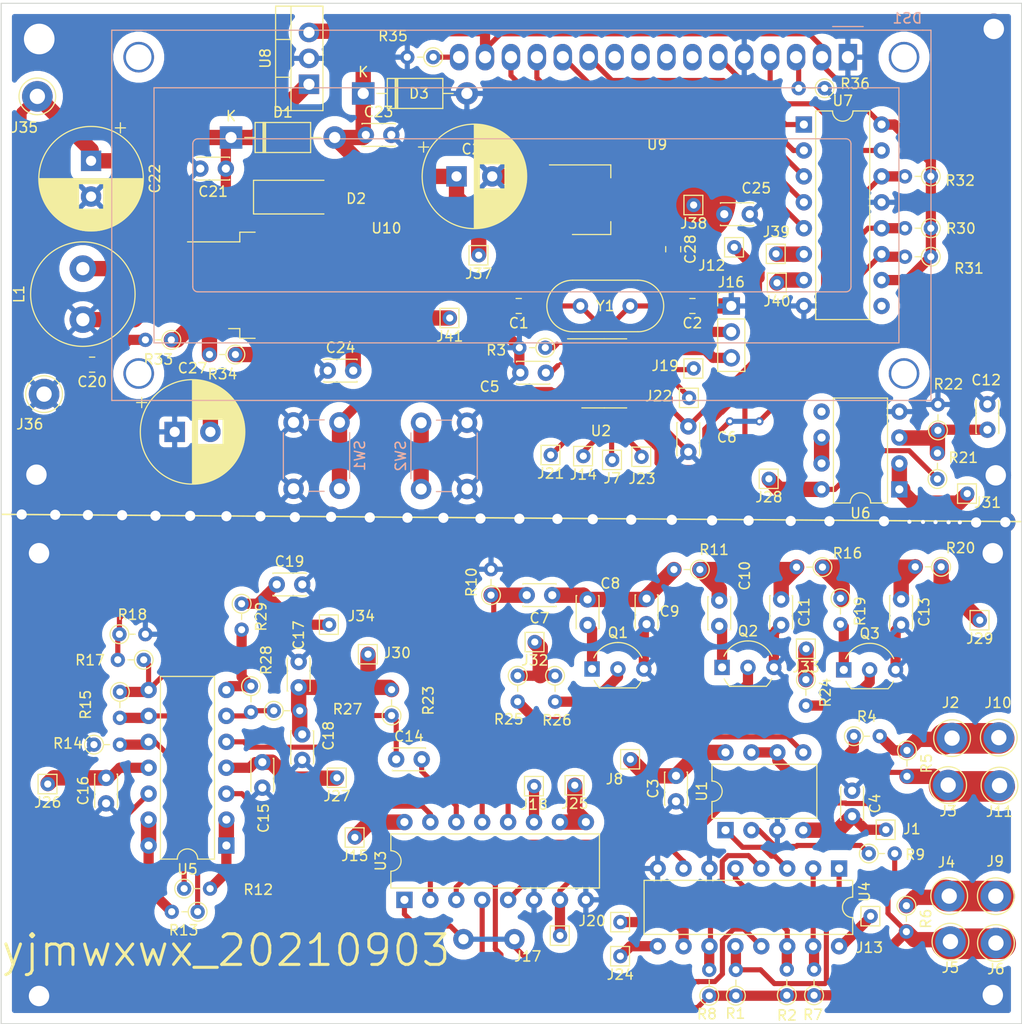
<source format=kicad_pcb>
(kicad_pcb (version 20171130) (host pcbnew 5.1.8-5.1.8)
  (layers (0 F.Cu signal) (31 B.Cu signal) (34 B.Paste user) (35 F.Paste user) (36 B.SilkS user) (37 F.SilkS user) (38 B.Mask user) (39 F.Mask user) (44 Edge.Cuts user))
  (net 0 "")
  (net 1 +5V)
  (net 2 GND)
  (net 3 -5V)
  (net 4 +3V3)
  (net 5 +9V)
  (net 6 /1.65V)
  (net 7 "Net-(DS1-Pad16)")
  (net 8 "Net-(DS1-Pad14)")
  (net 9 "Net-(DS1-Pad13)")
  (net 10 "Net-(DS1-Pad12)")
  (net 11 "Net-(DS1-Pad11)")
  (net 12 "Net-(DS1-Pad6)")
  (net 13 "Net-(DS1-Pad4)")
  (net 14 "Net-(DS1-Pad3)")
  (net 15 /DIO)
  (net 16 /CLK)
  (net 17 "Net-(Q1-Pad2)")
  (net 18 "Net-(Q2-Pad2)")
  (net 19 "Net-(R7-Pad2)")
  (net 20 /PA5_SPI1_SCK_74HC595_11_SRCLK)
  (net 21 /PA4_SPI1_NSS_74HC595_12_RCLK)
  (net 22 /PA7_SPI1_MOSI_74HC595_14_SER)
  (net 23 "Net-(SW1-Pad1)")
  (net 24 "Net-(SW2-Pad1)")
  (net 25 "Net-(C1-Pad1)")
  (net 26 "Net-(C7-Pad1)")
  (net 27 "Net-(C13-Pad1)")
  (net 28 "Net-(D2-Pad1)")
  (net 29 "Net-(Q3-Pad2)")
  (net 30 "Net-(R8-Pad2)")
  (net 31 "Net-(R9-Pad1)")
  (net 32 "Net-(R13-Pad2)")
  (net 33 "Net-(C2-Pad2)")
  (net 34 "Net-(C5-Pad1)")
  (net 35 "Net-(C7-Pad2)")
  (net 36 "Net-(C10-Pad2)")
  (net 37 "Net-(C10-Pad1)")
  (net 38 "Net-(C12-Pad1)")
  (net 39 "Net-(R1-Pad2)")
  (net 40 "Net-(R2-Pad2)")
  (net 41 "Net-(R3-Pad1)")
  (net 42 "Net-(R4-Pad1)")
  (net 43 "Net-(R13-Pad1)")
  (net 44 "Net-(R27-Pad1)")
  (net 45 "Net-(U1-Pad1)")
  (net 46 "Net-(U3-Pad15)")
  (net 47 "Net-(U3-Pad4)")
  (net 48 "Net-(U3-Pad1)")
  (net 49 "Net-(U6-Pad6)")
  (net 50 /Lc)
  (net 51 /Hc)
  (net 52 /Hp)
  (net 53 /Lp)
  (net 54 PA0_ADC)
  (net 55 SPWM)
  (net 56 shai_jian)
  (net 57 shuai_jian1)
  (net 58 PA9_CD4052_A)
  (net 59 PB1_CD4053_B_C)
  (net 60 PA6_CD4052_B)
  (net 61 PA3_CD4053_A)
  (net 62 "Net-(C8-Pad2)")
  (net 63 "Net-(R12-Pad2)")
  (net 64 "Net-(R12-Pad1)")
  (net 65 "Net-(R15-Pad1)")
  (net 66 "Net-(R17-Pad2)")
  (net 67 "Net-(C14-Pad2)")
  (net 68 "Net-(C14-Pad1)")
  (net 69 "Net-(Q3-Pad1)")
  (net 70 "Net-(R28-Pad1)")
  (net 71 "Net-(R33-Pad1)")
  (net 72 "Net-(C21-Pad1)")
  (net 73 "Net-(C20-Pad1)")
  (module Connector_Pin:Pin_D1.3mm_L11.0mm_LooseFit (layer F.Cu) (at 187.83 136.66)
    (fp_text reference J11 (at 0 2.55) (layer F.SilkS))
    (fp_text value Hp)
    (pad 1 thru_hole circle (at 0 0) (size 3 3) (drill 1.5) (layers *.Cu *.Mask) (net 52 /Hp))
  )
  (module Connector_Pin:Pin_D1.3mm_L11.0mm_LooseFit (layer F.Cu) (at 187.76 131.96)
    (fp_text reference J10 (at -0.07 -3.41) (layer F.SilkS))
    (fp_text value Hc)
    (pad 1 thru_hole circle (at 0 0) (size 3 3) (drill 1.5) (layers *.Cu *.Mask) (net 51 /Hc))
  )
  (module Connector_Pin:Pin_D1.3mm_L11.0mm_LooseFit (layer F.Cu) (at 187.47 147.5)
    (fp_text reference J9 (at -0.06 -3.42) (layer F.SilkS))
    (fp_text value Lp)
    (pad 1 thru_hole circle (at 0 0) (size 3 3) (drill 1.5) (layers *.Cu *.Mask) (net 53 /Lp))
  )
  (module Connector_Pin:Pin_D1.3mm_L11.0mm_LooseFit (layer F.Cu) (at 187.48 152.09)
    (fp_text reference J6 (at 0 2.55) (layer F.SilkS))
    (fp_text value Lc)
    (pad 1 thru_hole circle (at 0 0) (size 3 3) (drill 1.5) (layers *.Cu *.Mask) (net 50 /Lc))
  )
  (module Package_TO_SOT_THT:TO-220-3_Vertical (layer F.Cu) (at 120.15978 67.93738 90)
    (fp_text reference U8 (at 2.54 -4.27 90) (layer F.SilkS))
    (fp_text value LM7805_TO220)
    (pad 3 thru_hole oval (at 5.08 0 90) (size 1.905 2) (drill 1.1) (layers *.Cu *.Mask) (net 1 +5V))
    (pad 2 thru_hole oval (at 2.54 0 90) (size 1.905 2) (drill 1.1) (layers *.Cu *.Mask) (net 2 GND))
    (pad 1 thru_hole rect (at 0 0 90) (size 1.905 2) (drill 1.1) (layers *.Cu *.Mask) (net 5 +9V))
  )
  (module Resistor_THT:R_Axial_DIN0204_L3.6mm_D1.6mm_P2.54mm_Vertical (layer F.Cu) (at 112.95 94.42 180)
    (fp_text reference R34 (at 1.27 -1.92) (layer F.SilkS))
    (fp_text value 100K)
    (pad 2 thru_hole oval (at 2.54 0 180) (size 1.4 1.4) (drill 0.7) (layers *.Cu *.Mask) (net 71 "Net-(R33-Pad1)"))
    (pad 1 thru_hole circle (at 0 0 180) (size 1.4 1.4) (drill 0.7) (layers *.Cu *.Mask) (net 3 -5V))
  )
  (module Resistor_THT:R_Axial_DIN0204_L3.6mm_D1.6mm_P2.54mm_Vertical (layer F.Cu) (at 106.67 92.98 180)
    (fp_text reference R33 (at 1.27 -1.92) (layer F.SilkS))
    (fp_text value 100K)
    (pad 2 thru_hole oval (at 2.54 0 180) (size 1.4 1.4) (drill 0.7) (layers *.Cu *.Mask) (net 73 "Net-(C20-Pad1)"))
    (pad 1 thru_hole circle (at 0 0 180) (size 1.4 1.4) (drill 0.7) (layers *.Cu *.Mask) (net 71 "Net-(R33-Pad1)"))
  )
  (module Resistor_THT:R_Axial_DIN0204_L3.6mm_D1.6mm_P2.54mm_Vertical (layer F.Cu) (at 172.24 118.31 270)
    (fp_text reference R19 (at 1.27 -1.92 90) (layer F.SilkS))
    (fp_text value 200)
    (pad 2 thru_hole oval (at 2.54 0 270) (size 1.4 1.4) (drill 0.7) (layers *.Cu *.Mask) (net 69 "Net-(Q3-Pad1)"))
    (pad 1 thru_hole circle (at 0 0 270) (size 1.4 1.4) (drill 0.7) (layers *.Cu *.Mask) (net 27 "Net-(C13-Pad1)"))
  )
  (module Capacitor_SMD:C_0805_2012Metric_Pad1.18x1.45mm_HandSolder (layer F.Cu) (at 98.91 95.41 180)
    (fp_text reference C20 (at 0 -1.68) (layer F.SilkS))
    (fp_text value 105)
    (pad 2 smd roundrect (at 1.0375 0 180) (size 1.175 1.45) (layers F.Cu F.Paste F.Mask) (roundrect_rratio 0.2127659574468085) (net 5 +9V))
    (pad 1 smd roundrect (at -1.0375 0 180) (size 1.175 1.45) (layers F.Cu F.Paste F.Mask) (roundrect_rratio 0.2127659574468085) (net 73 "Net-(C20-Pad1)"))
  )
  (module Connector_Pin:Pin_D0.7mm_L6.5mm_W1.8mm_FlatFork (layer F.Cu) (at 161.83864 83.9089)
    (fp_text reference J12 (at -2.20864 1.7811) (layer F.SilkS))
    (fp_text value 3.3V)
    (pad 1 thru_hole circle (at 0 0) (size 1.4 1.4) (drill 0.7) (layers *.Cu *.Mask) (net 4 +3V3))
  )
  (module Connector_Pin:Pin_D0.7mm_L6.5mm_W1.8mm_FlatFork (layer F.Cu) (at 166.0271 87.39378)
    (fp_text reference J40 (at 0 1.8) (layer F.SilkS))
    (fp_text value shuan_jian)
    (pad 1 thru_hole circle (at 0 0) (size 1.4 1.4) (drill 0.7) (layers *.Cu *.Mask) (net 56 shai_jian))
  )
  (module Connector_Pin:Pin_D0.7mm_L6.5mm_W1.8mm_FlatFork (layer F.Cu) (at 165.9255 84.54898)
    (fp_text reference J39 (at 0.0345 -2.14898) (layer F.SilkS))
    (fp_text value shuai_jian1)
    (pad 1 thru_hole circle (at 0 0) (size 1.4 1.4) (drill 0.7) (layers *.Cu *.Mask) (net 57 shuai_jian1))
  )
  (module Connector_Pin:Pin_D0.7mm_L6.5mm_W1.8mm_FlatFork (layer F.Cu) (at 157.85592 79.7687)
    (fp_text reference J38 (at 0 1.8) (layer F.SilkS))
    (fp_text value 3.3V)
    (pad 1 thru_hole circle (at 0 0) (size 1.4 1.4) (drill 0.7) (layers *.Cu *.Mask) (net 4 +3V3))
  )
  (module Connector_Pin:Pin_D0.7mm_L6.5mm_W1.8mm_FlatFork (layer F.Cu) (at 136.79424 84.6963)
    (fp_text reference J37 (at 0 1.8) (layer F.SilkS))
    (fp_text value 5V)
    (pad 1 thru_hole circle (at 0 0) (size 1.4 1.4) (drill 0.7) (layers *.Cu *.Mask) (net 1 +5V))
  )
  (module Connector_Pin:Pin_D0.7mm_L6.5mm_W1.8mm_FlatFork (layer F.Cu) (at 133.95452 90.84056)
    (fp_text reference J41 (at 0 1.8) (layer F.SilkS))
    (fp_text value -5V)
    (pad 1 thru_hole circle (at 0 0) (size 1.4 1.4) (drill 0.7) (layers *.Cu *.Mask) (net 3 -5V))
  )
  (module Connector_Pin:Pin_D1.3mm_L11.0mm_LooseFit (layer F.Cu) (at 94.20098 98.298)
    (fp_text reference J36 (at -1.40098 2.952) (layer F.SilkS))
    (fp_text value GND)
    (pad 1 thru_hole circle (at 0 0) (size 3 3) (drill 1.5) (layers *.Cu *.Mask) (net 2 GND))
  )
  (module Connector_Pin:Pin_D1.3mm_L11.0mm_LooseFit (layer F.Cu) (at 93.54312 69.12102)
    (fp_text reference J35 (at -1.26312 3.04898) (layer F.SilkS))
    (fp_text value +9V)
    (pad 1 thru_hole circle (at 0 0) (size 3 3) (drill 1.5) (layers *.Cu *.Mask) (net 5 +9V))
  )
  (module Connector_Pin:Pin_D0.7mm_L6.5mm_W1.8mm_FlatFork (layer F.Cu) (at 122.13082 120.88622)
    (fp_text reference J34 (at 3.15918 -0.83622) (layer F.SilkS))
    (fp_text value ADC)
    (pad 1 thru_hole circle (at 0 0) (size 1.4 1.4) (drill 0.7) (layers *.Cu *.Mask) (net 54 PA0_ADC))
  )
  (module Connector_Pin:Pin_D0.7mm_L6.5mm_W1.8mm_FlatFork (layer F.Cu) (at 168.87698 123.24842)
    (fp_text reference J33 (at 0 1.8) (layer F.SilkS))
    (fp_text value shuan_jian)
    (pad 1 thru_hole circle (at 0 0) (size 1.4 1.4) (drill 0.7) (layers *.Cu *.Mask) (net 56 shai_jian))
  )
  (module Connector_Pin:Pin_D0.7mm_L6.5mm_W1.8mm_FlatFork (layer F.Cu) (at 142.28826 122.5931)
    (fp_text reference J32 (at 0 1.8) (layer F.SilkS))
    (fp_text value shuai_jian1)
    (pad 1 thru_hole circle (at 0 0) (size 1.4 1.4) (drill 0.7) (layers *.Cu *.Mask) (net 57 shuai_jian1))
  )
  (module Connector_Pin:Pin_D0.7mm_L6.5mm_W1.8mm_FlatFork (layer F.Cu) (at 184.6707 108.04652)
    (fp_text reference J31 (at 1.9893 0.88348) (layer F.SilkS))
    (fp_text value 1.65V)
    (pad 1 thru_hole circle (at 0 0) (size 1.4 1.4) (drill 0.7) (layers *.Cu *.Mask) (net 6 /1.65V))
  )
  (module Connector_Pin:Pin_D0.7mm_L6.5mm_W1.8mm_FlatFork (layer F.Cu) (at 125.94844 123.78944)
    (fp_text reference J30 (at 2.86156 -0.12944) (layer F.SilkS))
    (fp_text value 1.65V)
    (pad 1 thru_hole circle (at 0 0) (size 1.4 1.4) (drill 0.7) (layers *.Cu *.Mask) (net 6 /1.65V))
  )
  (module Connector_Pin:Pin_D0.7mm_L6.5mm_W1.8mm_FlatFork (layer F.Cu) (at 185.89752 120.45696)
    (fp_text reference J29 (at 0 1.8) (layer F.SilkS))
    (fp_text value SPWM)
    (pad 1 thru_hole circle (at 0 0) (size 1.4 1.4) (drill 0.7) (layers *.Cu *.Mask) (net 55 SPWM))
  )
  (module Connector_Pin:Pin_D0.7mm_L6.5mm_W1.8mm_FlatFork (layer F.Cu) (at 165.23208 106.59618)
    (fp_text reference J28 (at 0 1.8) (layer F.SilkS))
    (fp_text value 3.3)
    (pad 1 thru_hole circle (at 0 0) (size 1.4 1.4) (drill 0.7) (layers *.Cu *.Mask) (net 4 +3V3))
  )
  (module Connector_Pin:Pin_D0.7mm_L6.5mm_W1.8mm_FlatFork (layer F.Cu) (at 122.90552 135.89254)
    (fp_text reference J27 (at 0 1.8) (layer F.SilkS))
    (fp_text value 5V)
    (pad 1 thru_hole circle (at 0 0) (size 1.4 1.4) (drill 0.7) (layers *.Cu *.Mask) (net 1 +5V))
  )
  (module Connector_Pin:Pin_D0.7mm_L6.5mm_W1.8mm_FlatFork (layer F.Cu) (at 94.56166 136.5123)
    (fp_text reference J26 (at 0 1.8) (layer F.SilkS))
    (fp_text value -5V)
    (pad 1 thru_hole circle (at 0 0) (size 1.4 1.4) (drill 0.7) (layers *.Cu *.Mask) (net 3 -5V))
  )
  (module Connector_Pin:Pin_D0.7mm_L6.5mm_W1.8mm_FlatFork (layer F.Cu) (at 146.20748 136.62914)
    (fp_text reference J25 (at 0 1.8) (layer F.SilkS))
    (fp_text value PB1)
    (pad 1 thru_hole circle (at 0 0) (size 1.4 1.4) (drill 0.7) (layers *.Cu *.Mask) (net 59 PB1_CD4053_B_C))
  )
  (module Connector_Pin:Pin_D0.7mm_L6.5mm_W1.8mm_FlatFork (layer F.Cu) (at 150.67 153.38)
    (fp_text reference J24 (at 0 1.8) (layer F.SilkS))
    (fp_text value PA6)
    (pad 1 thru_hole circle (at 0 0) (size 1.4 1.4) (drill 0.7) (layers *.Cu *.Mask) (net 60 PA6_CD4052_B))
  )
  (module Connector_Pin:Pin_D0.7mm_L6.5mm_W1.8mm_FlatFork (layer F.Cu) (at 152.75 104.44)
    (fp_text reference J23 (at 0.05 2.15) (layer F.SilkS))
    (fp_text value PA6)
    (pad 1 thru_hole circle (at 0 0) (size 1.4 1.4) (drill 0.7) (layers *.Cu *.Mask) (net 60 PA6_CD4052_B))
  )
  (module Connector_Pin:Pin_D0.7mm_L6.5mm_W1.8mm_FlatFork (layer F.Cu) (at 157.41396 98.66884)
    (fp_text reference J22 (at -2.99396 -0.17884) (layer F.SilkS))
    (fp_text value PA9)
    (pad 1 thru_hole circle (at 0 0) (size 1.4 1.4) (drill 0.7) (layers *.Cu *.Mask) (net 58 PA9_CD4052_A))
  )
  (module Connector_Pin:Pin_D0.7mm_L6.5mm_W1.8mm_FlatFork (layer F.Cu) (at 143.85036 104.267)
    (fp_text reference J21 (at 0 1.8) (layer F.SilkS))
    (fp_text value PA3)
    (pad 1 thru_hole circle (at 0 0) (size 1.4 1.4) (drill 0.7) (layers *.Cu *.Mask) (net 61 PA3_CD4053_A))
  )
  (module Connector_Pin:Pin_D0.7mm_L6.5mm_W1.8mm_FlatFork (layer F.Cu) (at 150.67788 150.04034)
    (fp_text reference J20 (at -2.77788 -0.12034) (layer F.SilkS))
    (fp_text value PA9)
    (pad 1 thru_hole circle (at 0 0) (size 1.4 1.4) (drill 0.7) (layers *.Cu *.Mask) (net 58 PA9_CD4052_A))
  )
  (module Connector_Pin:Pin_D0.7mm_L6.5mm_W1.8mm_FlatFork (layer F.Cu) (at 157.85846 95.78594)
    (fp_text reference J19 (at -2.79846 -0.26594) (layer F.SilkS))
    (fp_text value SPWM)
    (pad 1 thru_hole circle (at 0 0) (size 1.4 1.4) (drill 0.7) (layers *.Cu *.Mask) (net 55 SPWM))
  )
  (module Connector_Pin:Pin_D0.7mm_L6.5mm_W1.8mm_FlatFork (layer F.Cu) (at 142.22984 136.71804)
    (fp_text reference J18 (at 0 1.8) (layer F.SilkS))
    (fp_text value PA3)
    (pad 1 thru_hole circle (at 0 0) (size 1.4 1.4) (drill 0.7) (layers *.Cu *.Mask) (net 61 PA3_CD4053_A))
  )
  (module Connector_Pin:Pin_D0.7mm_L6.5mm_W1.8mm_FlatFork (layer F.Cu) (at 144.76222 151.36368)
    (fp_text reference J17 (at -3.16222 2.03632) (layer F.SilkS))
    (fp_text value -5V)
    (pad 1 thru_hole circle (at 0 0) (size 1.4 1.4) (drill 0.7) (layers *.Cu *.Mask) (net 3 -5V))
  )
  (module Connector_Pin:Pin_D0.7mm_L6.5mm_W1.8mm_FlatFork (layer F.Cu) (at 124.65558 141.74724)
    (fp_text reference J15 (at 0 1.8) (layer F.SilkS))
    (fp_text value 5V)
    (pad 1 thru_hole circle (at 0 0) (size 1.4 1.4) (drill 0.7) (layers *.Cu *.Mask) (net 1 +5V))
  )
  (module Connector_Pin:Pin_D0.7mm_L6.5mm_W1.8mm_FlatFork (layer F.Cu) (at 147.04314 104.37622)
    (fp_text reference J14 (at 0 1.8) (layer F.SilkS))
    (fp_text value ADC)
    (pad 1 thru_hole circle (at 0 0) (size 1.4 1.4) (drill 0.7) (layers *.Cu *.Mask) (net 54 PA0_ADC))
  )
  (module Connector_Pin:Pin_D0.7mm_L6.5mm_W1.8mm_FlatFork (layer F.Cu) (at 175.20158 149.45868)
    (fp_text reference J13 (at -0.11158 3.08132) (layer F.SilkS))
    (fp_text value 5V)
    (pad 1 thru_hole circle (at 0 0) (size 1.4 1.4) (drill 0.7) (layers *.Cu *.Mask) (net 1 +5V))
  )
  (module Connector_Pin:Pin_D0.7mm_L6.5mm_W1.8mm_FlatFork (layer F.Cu) (at 151.65578 134.08152)
    (fp_text reference J8 (at -1.55578 1.94848) (layer F.SilkS))
    (fp_text value 5V)
    (pad 1 thru_hole circle (at 0 0) (size 1.4 1.4) (drill 0.7) (layers *.Cu *.Mask) (net 1 +5V))
  )
  (module Connector_Pin:Pin_D0.7mm_L6.5mm_W1.8mm_FlatFork (layer F.Cu) (at 149.87778 104.74452)
    (fp_text reference J7 (at 0 1.8) (layer F.SilkS))
    (fp_text value PB1)
    (pad 1 thru_hole circle (at 0 0) (size 1.4 1.4) (drill 0.7) (layers *.Cu *.Mask) (net 59 PB1_CD4053_B_C))
  )
  (module Connector_Pin:Pin_D1.3mm_L11.0mm_LooseFit (layer F.Cu) (at 183.02 151.95)
    (fp_text reference J5 (at 0 2.55) (layer F.SilkS))
    (fp_text value Lc)
    (pad 1 thru_hole circle (at 0 0) (size 3 3) (drill 1.5) (layers *.Cu *.Mask) (net 50 /Lc))
  )
  (module Connector_Pin:Pin_D1.3mm_L11.0mm_LooseFit (layer F.Cu) (at 182.9 147.49)
    (fp_text reference J4 (at -0.27 -3.3) (layer F.SilkS))
    (fp_text value Lp)
    (pad 1 thru_hole circle (at 0 0) (size 3 3) (drill 1.5) (layers *.Cu *.Mask) (net 53 /Lp))
  )
  (module Connector_Pin:Pin_D1.3mm_L11.0mm_LooseFit (layer F.Cu) (at 182.8 136.61)
    (fp_text reference J3 (at 0 2.55) (layer F.SilkS))
    (fp_text value Hp)
    (pad 1 thru_hole circle (at 0 0) (size 3 3) (drill 1.5) (layers *.Cu *.Mask) (net 52 /Hp))
  )
  (module Connector_Pin:Pin_D1.3mm_L11.0mm_LooseFit (layer F.Cu) (at 183.18 132.01)
    (fp_text reference J2 (at -0.14 -3.47) (layer F.SilkS))
    (fp_text value Hc)
    (pad 1 thru_hole circle (at 0 0) (size 3 3) (drill 1.5) (layers *.Cu *.Mask) (net 51 /Hc))
  )
  (module Connector_Pin:Pin_D0.7mm_L6.5mm_W1.8mm_FlatFork (layer F.Cu) (at 176.6951 140.98778)
    (fp_text reference J1 (at 2.5549 -0.06778) (layer F.SilkS))
    (fp_text value -5V)
    (pad 1 thru_hole circle (at 0 0) (size 1.4 1.4) (drill 0.7) (layers *.Cu *.Mask) (net 3 -5V))
  )
  (module Display:WC1602A (layer B.Cu) (at 172.974 65.278 180)
    (fp_text reference DS1 (at -5.82 3.81) (layer B.SilkS) (effects (justify mirror)))
    (fp_text value WC1602A)
    (pad "" thru_hole circle (at 69.5 0 180) (size 3 3) (drill 2.5) (layers *.Cu *.Mask))
    (pad "" thru_hole circle (at 69.49948 -31.0007 180) (size 3 3) (drill 2.5) (layers *.Cu *.Mask))
    (pad "" thru_hole circle (at -5.4991 -31.0007 180) (size 3 3) (drill 2.5) (layers *.Cu *.Mask))
    (pad "" thru_hole circle (at -5.4991 0 180) (size 3 3) (drill 2.5) (layers *.Cu *.Mask))
    (pad 16 thru_hole oval (at 38.1 0 180) (size 1.8 2.6) (drill 1.2) (layers *.Cu *.Mask) (net 7 "Net-(DS1-Pad16)"))
    (pad 15 thru_hole oval (at 35.56 0 180) (size 1.8 2.6) (drill 1.2) (layers *.Cu *.Mask) (net 1 +5V))
    (pad 14 thru_hole oval (at 33.02 0 180) (size 1.8 2.6) (drill 1.2) (layers *.Cu *.Mask) (net 8 "Net-(DS1-Pad14)"))
    (pad 13 thru_hole oval (at 30.48 0 180) (size 1.8 2.6) (drill 1.2) (layers *.Cu *.Mask) (net 9 "Net-(DS1-Pad13)"))
    (pad 12 thru_hole oval (at 27.94 0 180) (size 1.8 2.6) (drill 1.2) (layers *.Cu *.Mask) (net 10 "Net-(DS1-Pad12)"))
    (pad 11 thru_hole oval (at 25.4 0 180) (size 1.8 2.6) (drill 1.2) (layers *.Cu *.Mask) (net 11 "Net-(DS1-Pad11)"))
    (pad 10 thru_hole oval (at 22.86 0 180) (size 1.8 2.6) (drill 1.2) (layers *.Cu *.Mask))
    (pad 9 thru_hole oval (at 20.32 0 180) (size 1.8 2.6) (drill 1.2) (layers *.Cu *.Mask))
    (pad 8 thru_hole oval (at 17.78 0 180) (size 1.8 2.6) (drill 1.2) (layers *.Cu *.Mask))
    (pad 7 thru_hole oval (at 15.24 0 180) (size 1.8 2.6) (drill 1.2) (layers *.Cu *.Mask))
    (pad 6 thru_hole oval (at 12.7 0 180) (size 1.8 2.6) (drill 1.2) (layers *.Cu *.Mask) (net 12 "Net-(DS1-Pad6)"))
    (pad 5 thru_hole oval (at 10.16 0 180) (size 1.8 2.6) (drill 1.2) (layers *.Cu *.Mask) (net 2 GND))
    (pad 4 thru_hole oval (at 7.62 0 180) (size 1.8 2.6) (drill 1.2) (layers *.Cu *.Mask) (net 13 "Net-(DS1-Pad4)"))
    (pad 3 thru_hole oval (at 5.08 0 180) (size 1.8 2.6) (drill 1.2) (layers *.Cu *.Mask) (net 14 "Net-(DS1-Pad3)"))
    (pad 2 thru_hole oval (at 2.54 0 180) (size 1.8 2.6) (drill 1.2) (layers *.Cu *.Mask) (net 1 +5V))
    (pad 1 thru_hole rect (at 0 0 180) (size 1.8 2.6) (drill 1.2) (layers *.Cu *.Mask) (net 2 GND))
  )
  (module Resistor_THT:R_Axial_DIN0204_L3.6mm_D1.6mm_P2.54mm_Vertical (layer F.Cu) (at 170.47998 115.25504 180)
    (fp_text reference R16 (at -2.45002 1.36504) (layer F.SilkS))
    (fp_text value 1K)
    (pad 2 thru_hole oval (at 2.54 0 180) (size 1.4 1.4) (drill 0.7) (layers *.Cu *.Mask) (net 37 "Net-(C10-Pad1)"))
    (pad 1 thru_hole circle (at 0 0 180) (size 1.4 1.4) (drill 0.7) (layers *.Cu *.Mask) (net 27 "Net-(C13-Pad1)"))
  )
  (module Package_DIP:DIP-8_W7.62mm (layer F.Cu) (at 178.01336 107.63504 180)
    (fp_text reference U6 (at 3.81 -2.33) (layer F.SilkS))
    (fp_text value LM358)
    (pad 8 thru_hole oval (at 7.62 0 180) (size 1.6 1.6) (drill 0.8) (layers *.Cu *.Mask) (net 4 +3V3))
    (pad 4 thru_hole oval (at 0 7.62 180) (size 1.6 1.6) (drill 0.8) (layers *.Cu *.Mask) (net 2 GND))
    (pad 7 thru_hole oval (at 7.62 2.54 180) (size 1.6 1.6) (drill 0.8) (layers *.Cu *.Mask) (net 49 "Net-(U6-Pad6)"))
    (pad 3 thru_hole oval (at 0 5.08 180) (size 1.6 1.6) (drill 0.8) (layers *.Cu *.Mask) (net 38 "Net-(C12-Pad1)"))
    (pad 6 thru_hole oval (at 7.62 5.08 180) (size 1.6 1.6) (drill 0.8) (layers *.Cu *.Mask) (net 49 "Net-(U6-Pad6)"))
    (pad 2 thru_hole oval (at 0 2.54 180) (size 1.6 1.6) (drill 0.8) (layers *.Cu *.Mask) (net 6 /1.65V))
    (pad 5 thru_hole oval (at 7.62 7.62 180) (size 1.6 1.6) (drill 0.8) (layers *.Cu *.Mask))
    (pad 1 thru_hole rect (at 0 0 180) (size 1.6 1.6) (drill 0.8) (layers *.Cu *.Mask) (net 6 /1.65V))
  )
  (module Package_DIP:DIP-14_W7.62mm (layer F.Cu) (at 112.0648 142.53464 180)
    (fp_text reference U5 (at 3.81 -2.33) (layer F.SilkS))
    (fp_text value TL084)
    (pad 14 thru_hole oval (at 7.62 0 180) (size 1.6 1.6) (drill 0.8) (layers *.Cu *.Mask) (net 32 "Net-(R13-Pad2)"))
    (pad 7 thru_hole oval (at 0 15.24 180) (size 1.6 1.6) (drill 0.8) (layers *.Cu *.Mask) (net 70 "Net-(R28-Pad1)"))
    (pad 13 thru_hole oval (at 7.62 2.54 180) (size 1.6 1.6) (drill 0.8) (layers *.Cu *.Mask) (net 32 "Net-(R13-Pad2)"))
    (pad 6 thru_hole oval (at 0 12.7 180) (size 1.6 1.6) (drill 0.8) (layers *.Cu *.Mask) (net 44 "Net-(R27-Pad1)"))
    (pad 12 thru_hole oval (at 7.62 5.08 180) (size 1.6 1.6) (drill 0.8) (layers *.Cu *.Mask) (net 47 "Net-(U3-Pad4)"))
    (pad 5 thru_hole oval (at 0 10.16 180) (size 1.6 1.6) (drill 0.8) (layers *.Cu *.Mask) (net 68 "Net-(C14-Pad1)"))
    (pad 11 thru_hole oval (at 7.62 7.62 180) (size 1.6 1.6) (drill 0.8) (layers *.Cu *.Mask) (net 3 -5V))
    (pad 4 thru_hole oval (at 0 7.62 180) (size 1.6 1.6) (drill 0.8) (layers *.Cu *.Mask) (net 1 +5V))
    (pad 10 thru_hole oval (at 7.62 10.16 180) (size 1.6 1.6) (drill 0.8) (layers *.Cu *.Mask) (net 64 "Net-(R12-Pad1)"))
    (pad 3 thru_hole oval (at 0 5.08 180) (size 1.6 1.6) (drill 0.8) (layers *.Cu *.Mask) (net 46 "Net-(U3-Pad15)"))
    (pad 9 thru_hole oval (at 7.62 12.7 180) (size 1.6 1.6) (drill 0.8) (layers *.Cu *.Mask) (net 43 "Net-(R13-Pad1)"))
    (pad 2 thru_hole oval (at 0 2.54 180) (size 1.6 1.6) (drill 0.8) (layers *.Cu *.Mask) (net 63 "Net-(R12-Pad2)"))
    (pad 8 thru_hole oval (at 7.62 15.24 180) (size 1.6 1.6) (drill 0.8) (layers *.Cu *.Mask) (net 65 "Net-(R15-Pad1)"))
    (pad 1 thru_hole rect (at 0 0 180) (size 1.6 1.6) (drill 0.8) (layers *.Cu *.Mask) (net 63 "Net-(R12-Pad2)"))
  )
  (module Package_DIP:DIP-8_W7.62mm (layer F.Cu) (at 160.98116 141.0304 90)
    (fp_text reference U1 (at 3.81 -2.33 90) (layer F.SilkS))
    (fp_text value NE5532)
    (pad 8 thru_hole oval (at 7.62 0 90) (size 1.6 1.6) (drill 0.8) (layers *.Cu *.Mask) (net 1 +5V))
    (pad 4 thru_hole oval (at 0 7.62 90) (size 1.6 1.6) (drill 0.8) (layers *.Cu *.Mask) (net 3 -5V))
    (pad 7 thru_hole oval (at 7.62 2.54 90) (size 1.6 1.6) (drill 0.8) (layers *.Cu *.Mask) (net 42 "Net-(R4-Pad1)"))
    (pad 3 thru_hole oval (at 0 5.08 90) (size 1.6 1.6) (drill 0.8) (layers *.Cu *.Mask) (net 2 GND))
    (pad 6 thru_hole oval (at 7.62 5.08 90) (size 1.6 1.6) (drill 0.8) (layers *.Cu *.Mask) (net 42 "Net-(R4-Pad1)"))
    (pad 2 thru_hole oval (at 0 2.54 90) (size 1.6 1.6) (drill 0.8) (layers *.Cu *.Mask) (net 31 "Net-(R9-Pad1)"))
    (pad 5 thru_hole oval (at 7.62 7.62 90) (size 1.6 1.6) (drill 0.8) (layers *.Cu *.Mask) (net 35 "Net-(C7-Pad2)"))
    (pad 1 thru_hole rect (at 0 0 90) (size 1.6 1.6) (drill 0.8) (layers *.Cu *.Mask) (net 45 "Net-(U1-Pad1)"))
  )
  (module Resistor_THT:R_Axial_DIN0204_L3.6mm_D1.6mm_P2.54mm_Vertical (layer F.Cu) (at 170.688 68.326 180)
    (fp_text reference R36 (at -2.992 0.446) (layer F.SilkS))
    (fp_text value 1.5K)
    (pad 2 thru_hole oval (at 2.54 0 180) (size 1.4 1.4) (drill 0.7) (layers *.Cu *.Mask) (net 14 "Net-(DS1-Pad3)"))
    (pad 1 thru_hole circle (at 0 0 180) (size 1.4 1.4) (drill 0.7) (layers *.Cu *.Mask) (net 2 GND))
  )
  (module Resistor_THT:R_Axial_DIN0204_L3.6mm_D1.6mm_P2.54mm_Vertical (layer F.Cu) (at 132.334 65.278 180)
    (fp_text reference R35 (at 3.944 2.068) (layer F.SilkS))
    (fp_text value 1K)
    (pad 2 thru_hole oval (at 2.54 0 180) (size 1.4 1.4) (drill 0.7) (layers *.Cu *.Mask) (net 2 GND))
    (pad 1 thru_hole circle (at 0 0 180) (size 1.4 1.4) (drill 0.7) (layers *.Cu *.Mask) (net 7 "Net-(DS1-Pad16)"))
  )
  (module Resistor_THT:R_Axial_DIN0204_L3.6mm_D1.6mm_P2.54mm_Vertical (layer F.Cu) (at 181.102 76.962 180)
    (fp_text reference R32 (at -2.868 -0.408) (layer F.SilkS))
    (fp_text value 10K)
    (pad 2 thru_hole oval (at 2.54 0 180) (size 1.4 1.4) (drill 0.7) (layers *.Cu *.Mask) (net 22 /PA7_SPI1_MOSI_74HC595_14_SER))
    (pad 1 thru_hole circle (at 0 0 180) (size 1.4 1.4) (drill 0.7) (layers *.Cu *.Mask) (net 1 +5V))
  )
  (module Resistor_THT:R_Axial_DIN0204_L3.6mm_D1.6mm_P2.54mm_Vertical (layer F.Cu) (at 181.102 84.836 180)
    (fp_text reference R31 (at -3.738 -1.144) (layer F.SilkS))
    (fp_text value 10K)
    (pad 1 thru_hole circle (at 0 0 180) (size 1.4 1.4) (drill 0.7) (layers *.Cu *.Mask) (net 1 +5V))
    (pad 2 thru_hole oval (at 2.54 0 180) (size 1.4 1.4) (drill 0.7) (layers *.Cu *.Mask) (net 20 /PA5_SPI1_SCK_74HC595_11_SRCLK))
  )
  (module Resistor_THT:R_Axial_DIN0204_L3.6mm_D1.6mm_P2.54mm_Vertical (layer F.Cu) (at 181.102 82.042 180)
    (fp_text reference R30 (at -2.948 -0.028) (layer F.SilkS))
    (fp_text value 10K)
    (pad 2 thru_hole oval (at 2.54 0 180) (size 1.4 1.4) (drill 0.7) (layers *.Cu *.Mask) (net 21 /PA4_SPI1_NSS_74HC595_12_RCLK))
    (pad 1 thru_hole circle (at 0 0 180) (size 1.4 1.4) (drill 0.7) (layers *.Cu *.Mask) (net 1 +5V))
  )
  (module Resistor_THT:R_Axial_DIN0204_L3.6mm_D1.6mm_P2.54mm_Vertical (layer F.Cu) (at 113.55832 118.84152 270)
    (fp_text reference R29 (at 1.27 -1.92 90) (layer F.SilkS))
    (fp_text value 100)
    (pad 2 thru_hole oval (at 2.54 0 270) (size 1.4 1.4) (drill 0.7) (layers *.Cu *.Mask) (net 70 "Net-(R28-Pad1)"))
    (pad 1 thru_hole circle (at 0 0 270) (size 1.4 1.4) (drill 0.7) (layers *.Cu *.Mask) (net 54 PA0_ADC))
  )
  (module Resistor_THT:R_Axial_DIN0204_L3.6mm_D1.6mm_P2.54mm_Vertical (layer F.Cu) (at 144.27734 125.90018 270)
    (fp_text reference R26 (at 4.35982 -0.18266 180) (layer F.SilkS))
    (fp_text value 1K)
    (pad 2 thru_hole oval (at 2.54 0 270) (size 1.4 1.4) (drill 0.7) (layers *.Cu *.Mask) (net 17 "Net-(Q1-Pad2)"))
    (pad 1 thru_hole circle (at 0 0 270) (size 1.4 1.4) (drill 0.7) (layers *.Cu *.Mask) (net 57 shuai_jian1))
  )
  (module Resistor_THT:R_Axial_DIN0204_L3.6mm_D1.6mm_P2.54mm_Vertical (layer F.Cu) (at 140.60958 125.8951 270)
    (fp_text reference R25 (at 4.2649 0.87958 180) (layer F.SilkS))
    (fp_text value 1K)
    (pad 2 thru_hole oval (at 2.54 0 270) (size 1.4 1.4) (drill 0.7) (layers *.Cu *.Mask) (net 18 "Net-(Q2-Pad2)"))
    (pad 1 thru_hole circle (at 0 0 270) (size 1.4 1.4) (drill 0.7) (layers *.Cu *.Mask) (net 57 shuai_jian1))
  )
  (module Resistor_THT:R_Axial_DIN0204_L3.6mm_D1.6mm_P2.54mm_Vertical (layer F.Cu) (at 114.4778 126.91872 270)
    (fp_text reference R28 (at -2.54872 -1.4922 90) (layer F.SilkS))
    (fp_text value 9K)
    (pad 2 thru_hole oval (at 2.54 0 270) (size 1.4 1.4) (drill 0.7) (layers *.Cu *.Mask) (net 44 "Net-(R27-Pad1)"))
    (pad 1 thru_hole circle (at 0 0 270) (size 1.4 1.4) (drill 0.7) (layers *.Cu *.Mask) (net 70 "Net-(R28-Pad1)"))
  )
  (module Resistor_THT:R_Axial_DIN0204_L3.6mm_D1.6mm_P2.54mm_Vertical (layer F.Cu) (at 116.713 129.32664)
    (fp_text reference R27 (at 7.22376 -0.1524) (layer F.SilkS))
    (fp_text value 1K)
    (pad 2 thru_hole oval (at 2.54 0) (size 1.4 1.4) (drill 0.7) (layers *.Cu *.Mask) (net 6 /1.65V))
    (pad 1 thru_hole circle (at 0 0) (size 1.4 1.4) (drill 0.7) (layers *.Cu *.Mask) (net 44 "Net-(R27-Pad1)"))
  )
  (module Resistor_THT:R_Axial_DIN0204_L3.6mm_D1.6mm_P2.54mm_Vertical (layer F.Cu) (at 128.25476 129.79908 90)
    (fp_text reference R23 (at 1.46908 3.60524 90) (layer F.SilkS))
    (fp_text value 100K)
    (pad 2 thru_hole oval (at 2.54 0 90) (size 1.4 1.4) (drill 0.7) (layers *.Cu *.Mask) (net 6 /1.65V))
    (pad 1 thru_hole circle (at 0 0 90) (size 1.4 1.4) (drill 0.7) (layers *.Cu *.Mask) (net 68 "Net-(C14-Pad1)"))
  )
  (module Resistor_THT:R_Axial_DIN0204_L3.6mm_D1.6mm_P2.54mm_Vertical (layer F.Cu) (at 168.85692 126.28118 270)
    (fp_text reference R24 (at 1.27 -1.92 90) (layer F.SilkS))
    (fp_text value 1K)
    (pad 2 thru_hole oval (at 2.54 0 270) (size 1.4 1.4) (drill 0.7) (layers *.Cu *.Mask) (net 29 "Net-(Q3-Pad2)"))
    (pad 1 thru_hole circle (at 0 0 270) (size 1.4 1.4) (drill 0.7) (layers *.Cu *.Mask) (net 56 shai_jian))
  )
  (module Resistor_THT:R_Axial_DIN0204_L3.6mm_D1.6mm_P2.54mm_Vertical (layer F.Cu) (at 181.79796 101.854 90)
    (fp_text reference R22 (at 4.524 1.02204 180) (layer F.SilkS))
    (fp_text value 20K)
    (pad 2 thru_hole oval (at 2.54 0 90) (size 1.4 1.4) (drill 0.7) (layers *.Cu *.Mask) (net 2 GND))
    (pad 1 thru_hole circle (at 0 0 90) (size 1.4 1.4) (drill 0.7) (layers *.Cu *.Mask) (net 38 "Net-(C12-Pad1)"))
  )
  (module Resistor_THT:R_Axial_DIN0204_L3.6mm_D1.6mm_P2.54mm_Vertical (layer F.Cu) (at 181.74716 106.61904 90)
    (fp_text reference R21 (at 2.08904 2.53284 180) (layer F.SilkS))
    (fp_text value 20K)
    (pad 2 thru_hole oval (at 2.54 0 90) (size 1.4 1.4) (drill 0.7) (layers *.Cu *.Mask) (net 38 "Net-(C12-Pad1)"))
    (pad 1 thru_hole circle (at 0 0 90) (size 1.4 1.4) (drill 0.7) (layers *.Cu *.Mask) (net 4 +3V3))
  )
  (module Resistor_THT:R_Axial_DIN0204_L3.6mm_D1.6mm_P2.54mm_Vertical (layer F.Cu) (at 101.58476 121.82856)
    (fp_text reference R18 (at 1.27 -1.92) (layer F.SilkS))
    (fp_text value 1K)
    (pad 2 thru_hole oval (at 2.54 0) (size 1.4 1.4) (drill 0.7) (layers *.Cu *.Mask) (net 2 GND))
    (pad 1 thru_hole circle (at 0 0) (size 1.4 1.4) (drill 0.7) (layers *.Cu *.Mask) (net 66 "Net-(R17-Pad2)"))
  )
  (module Resistor_THT:R_Axial_DIN0204_L3.6mm_D1.6mm_P2.54mm_Vertical (layer F.Cu) (at 103.96728 124.33808 180)
    (fp_text reference R17 (at 5.26796 -0.03556) (layer F.SilkS))
    (fp_text value 9K)
    (pad 2 thru_hole oval (at 2.54 0 180) (size 1.4 1.4) (drill 0.7) (layers *.Cu *.Mask) (net 66 "Net-(R17-Pad2)"))
    (pad 1 thru_hole circle (at 0 0 180) (size 1.4 1.4) (drill 0.7) (layers *.Cu *.Mask) (net 65 "Net-(R15-Pad1)"))
  )
  (module Resistor_THT:R_Axial_DIN0204_L3.6mm_D1.6mm_P2.54mm_Vertical (layer F.Cu) (at 101.63048 127.4826 270)
    (fp_text reference R15 (at 1.25476 3.3528 90) (layer F.SilkS))
    (fp_text value 20K)
    (pad 2 thru_hole oval (at 2.54 0 270) (size 1.4 1.4) (drill 0.7) (layers *.Cu *.Mask) (net 43 "Net-(R13-Pad1)"))
    (pad 1 thru_hole circle (at 0 0 270) (size 1.4 1.4) (drill 0.7) (layers *.Cu *.Mask) (net 65 "Net-(R15-Pad1)"))
  )
  (module Resistor_THT:R_Axial_DIN0204_L3.6mm_D1.6mm_P2.54mm_Vertical (layer F.Cu) (at 99.09048 132.64896)
    (fp_text reference R14 (at -2.56032 -0.12192) (layer F.SilkS))
    (fp_text value 20K)
    (pad 2 thru_hole oval (at 2.54 0) (size 1.4 1.4) (drill 0.7) (layers *.Cu *.Mask) (net 64 "Net-(R12-Pad1)"))
    (pad 1 thru_hole circle (at 0 0) (size 1.4 1.4) (drill 0.7) (layers *.Cu *.Mask) (net 2 GND))
  )
  (module Resistor_THT:R_Axial_DIN0204_L3.6mm_D1.6mm_P2.54mm_Vertical (layer F.Cu) (at 182.11064 115.22456 180)
    (fp_text reference R20 (at -1.89936 1.84456) (layer F.SilkS))
    (fp_text value 1K)
    (pad 2 thru_hole oval (at 2.54 0 180) (size 1.4 1.4) (drill 0.7) (layers *.Cu *.Mask) (net 27 "Net-(C13-Pad1)"))
    (pad 1 thru_hole circle (at 0 0 180) (size 1.4 1.4) (drill 0.7) (layers *.Cu *.Mask) (net 55 SPWM))
  )
  (module Resistor_THT:R_Axial_DIN0204_L3.6mm_D1.6mm_P2.54mm_Vertical (layer F.Cu) (at 107.92714 146.75866)
    (fp_text reference R12 (at 7.26286 0.10134) (layer F.SilkS))
    (fp_text value 5K)
    (pad 2 thru_hole oval (at 2.54 0) (size 1.4 1.4) (drill 0.7) (layers *.Cu *.Mask) (net 63 "Net-(R12-Pad2)"))
    (pad 1 thru_hole circle (at 0 0) (size 1.4 1.4) (drill 0.7) (layers *.Cu *.Mask) (net 64 "Net-(R12-Pad1)"))
  )
  (module Resistor_THT:R_Axial_DIN0204_L3.6mm_D1.6mm_P2.54mm_Vertical (layer F.Cu) (at 109.25048 149.02688 180)
    (fp_text reference R13 (at 1.37414 -1.80848) (layer F.SilkS))
    (fp_text value 5K)
    (pad 2 thru_hole oval (at 2.54 0 180) (size 1.4 1.4) (drill 0.7) (layers *.Cu *.Mask) (net 32 "Net-(R13-Pad2)"))
    (pad 1 thru_hole circle (at 0 0 180) (size 1.4 1.4) (drill 0.7) (layers *.Cu *.Mask) (net 43 "Net-(R13-Pad1)"))
  )
  (module Resistor_THT:R_Axial_DIN0204_L3.6mm_D1.6mm_P2.54mm_Vertical (layer F.Cu) (at 158.46578 115.48872 180)
    (fp_text reference R11 (at -1.39422 1.93872) (layer F.SilkS))
    (fp_text value 1K)
    (pad 2 thru_hole oval (at 2.54 0 180) (size 1.4 1.4) (drill 0.7) (layers *.Cu *.Mask) (net 26 "Net-(C7-Pad1)"))
    (pad 1 thru_hole circle (at 0 0 180) (size 1.4 1.4) (drill 0.7) (layers *.Cu *.Mask) (net 37 "Net-(C10-Pad1)"))
  )
  (module Resistor_THT:R_Axial_DIN0204_L3.6mm_D1.6mm_P2.54mm_Vertical (layer F.Cu) (at 138 118 90)
    (fp_text reference R10 (at 1.27 -1.92 90) (layer F.SilkS))
    (fp_text value 100K)
    (pad 2 thru_hole oval (at 2.54 0 90) (size 1.4 1.4) (drill 0.7) (layers *.Cu *.Mask) (net 2 GND))
    (pad 1 thru_hole circle (at 0 0 90) (size 1.4 1.4) (drill 0.7) (layers *.Cu *.Mask) (net 35 "Net-(C7-Pad2)"))
  )
  (module Resistor_THT:R_Axial_DIN0204_L3.6mm_D1.6mm_P2.54mm_Vertical (layer F.Cu) (at 175.02124 143.3195)
    (fp_text reference R9 (at 4.53876 0.1105) (layer F.SilkS))
    (fp_text value 100)
    (pad 2 thru_hole oval (at 2.54 0) (size 1.4 1.4) (drill 0.7) (layers *.Cu *.Mask) (net 50 /Lc))
    (pad 1 thru_hole circle (at 0 0) (size 1.4 1.4) (drill 0.7) (layers *.Cu *.Mask) (net 31 "Net-(R9-Pad1)"))
  )
  (module Resistor_THT:R_Axial_DIN0204_L3.6mm_D1.6mm_P2.54mm_Vertical (layer F.Cu) (at 159.385 157.25648 90)
    (fp_text reference R8 (at -1.80352 -0.225 180) (layer F.SilkS))
    (fp_text value 100K)
    (pad 2 thru_hole oval (at 2.54 0 90) (size 1.4 1.4) (drill 0.7) (layers *.Cu *.Mask) (net 30 "Net-(R8-Pad2)"))
    (pad 1 thru_hole circle (at 0 0 90) (size 1.4 1.4) (drill 0.7) (layers *.Cu *.Mask) (net 50 /Lc))
  )
  (module Resistor_THT:R_Axial_DIN0204_L3.6mm_D1.6mm_P2.54mm_Vertical (layer F.Cu) (at 169.65676 157.21584 90)
    (fp_text reference R7 (at -1.89992 -0.1016 180) (layer F.SilkS))
    (fp_text value 10K)
    (pad 2 thru_hole oval (at 2.54 0 90) (size 1.4 1.4) (drill 0.7) (layers *.Cu *.Mask) (net 19 "Net-(R7-Pad2)"))
    (pad 1 thru_hole circle (at 0 0 90) (size 1.4 1.4) (drill 0.7) (layers *.Cu *.Mask) (net 50 /Lc))
  )
  (module Resistor_THT:R_Axial_DIN0204_L3.6mm_D1.6mm_P2.54mm_Vertical (layer F.Cu) (at 178.70424 148.4376 270)
    (fp_text reference R6 (at 1.27 -1.92 90) (layer F.SilkS))
    (fp_text value 100)
    (pad 2 thru_hole oval (at 2.54 0 270) (size 1.4 1.4) (drill 0.7) (layers *.Cu *.Mask) (net 50 /Lc))
    (pad 1 thru_hole circle (at 0 0 270) (size 1.4 1.4) (drill 0.7) (layers *.Cu *.Mask) (net 53 /Lp))
  )
  (module Resistor_THT:R_Axial_DIN0204_L3.6mm_D1.6mm_P2.54mm_Vertical (layer F.Cu) (at 178.762 133.21666 270)
    (fp_text reference R5 (at 1.27 -1.92 90) (layer F.SilkS))
    (fp_text value 100)
    (pad 2 thru_hole oval (at 2.54 0 270) (size 1.4 1.4) (drill 0.7) (layers *.Cu *.Mask) (net 52 /Hp))
    (pad 1 thru_hole circle (at 0 0 270) (size 1.4 1.4) (drill 0.7) (layers *.Cu *.Mask) (net 51 /Hc))
  )
  (module Resistor_THT:R_Axial_DIN0204_L3.6mm_D1.6mm_P2.54mm_Vertical (layer F.Cu) (at 173.55312 131.82092)
    (fp_text reference R4 (at 1.27 -1.92) (layer F.SilkS))
    (fp_text value 150)
    (pad 2 thru_hole oval (at 2.54 0) (size 1.4 1.4) (drill 0.7) (layers *.Cu *.Mask) (net 51 /Hc))
    (pad 1 thru_hole circle (at 0 0) (size 1.4 1.4) (drill 0.7) (layers *.Cu *.Mask) (net 42 "Net-(R4-Pad1)"))
  )
  (module Resistor_THT:R_Axial_DIN0204_L3.6mm_D1.6mm_P2.54mm_Vertical (layer F.Cu) (at 143.31696 93.7514 180)
    (fp_text reference R3 (at 4.80696 -0.2486) (layer F.SilkS))
    (fp_text value 10K)
    (pad 2 thru_hole oval (at 2.54 0 180) (size 1.4 1.4) (drill 0.7) (layers *.Cu *.Mask) (net 2 GND))
    (pad 1 thru_hole circle (at 0 0 180) (size 1.4 1.4) (drill 0.7) (layers *.Cu *.Mask) (net 41 "Net-(R3-Pad1)"))
  )
  (module Resistor_THT:R_Axial_DIN0204_L3.6mm_D1.6mm_P2.54mm_Vertical (layer F.Cu) (at 166.98468 157.21584 90)
    (fp_text reference R2 (at -1.96416 0.01532 180) (layer F.SilkS))
    (fp_text value 1K)
    (pad 2 thru_hole oval (at 2.54 0 90) (size 1.4 1.4) (drill 0.7) (layers *.Cu *.Mask) (net 40 "Net-(R2-Pad2)"))
    (pad 1 thru_hole circle (at 0 0 90) (size 1.4 1.4) (drill 0.7) (layers *.Cu *.Mask) (net 50 /Lc))
  )
  (module Resistor_THT:R_Axial_DIN0204_L3.6mm_D1.6mm_P2.54mm_Vertical (layer F.Cu) (at 161.99612 157.25648 90)
    (fp_text reference R1 (at -1.74244 -0.0508 180) (layer F.SilkS))
    (fp_text value 100)
    (pad 2 thru_hole oval (at 2.54 0 90) (size 1.4 1.4) (drill 0.7) (layers *.Cu *.Mask) (net 39 "Net-(R1-Pad2)"))
    (pad 1 thru_hole circle (at 0 0 90) (size 1.4 1.4) (drill 0.7) (layers *.Cu *.Mask) (net 50 /Lc))
  )
  (module Capacitor_THT:C_Disc_D3.0mm_W2.0mm_P2.50mm (layer F.Cu) (at 178.19142 118.4021 270)
    (fp_text reference C13 (at 1.25 -2.25 90) (layer F.SilkS))
    (fp_text value 102)
    (pad 2 thru_hole circle (at 2.5 0 270) (size 1.6 1.6) (drill 0.8) (layers *.Cu *.Mask) (net 2 GND))
    (pad 1 thru_hole circle (at 0 0 270) (size 1.6 1.6) (drill 0.8) (layers *.Cu *.Mask) (net 27 "Net-(C13-Pad1)"))
  )
  (module Capacitor_THT:C_Disc_D3.0mm_W2.0mm_P2.50mm (layer F.Cu) (at 166.4363 118.41988 270)
    (fp_text reference C11 (at 1.25 -2.25 90) (layer F.SilkS))
    (fp_text value 102)
    (pad 2 thru_hole circle (at 2.5 0 270) (size 1.6 1.6) (drill 0.8) (layers *.Cu *.Mask) (net 2 GND))
    (pad 1 thru_hole circle (at 0 0 270) (size 1.6 1.6) (drill 0.8) (layers *.Cu *.Mask) (net 37 "Net-(C10-Pad1)"))
  )
  (module Capacitor_THT:C_Disc_D3.0mm_W2.0mm_P2.50mm (layer F.Cu) (at 153.24354 118.34114 270)
    (fp_text reference C9 (at 1.25 -2.25 180) (layer F.SilkS))
    (fp_text value 102)
    (pad 2 thru_hole circle (at 2.5 0 270) (size 1.6 1.6) (drill 0.8) (layers *.Cu *.Mask) (net 2 GND))
    (pad 1 thru_hole circle (at 0 0 270) (size 1.6 1.6) (drill 0.8) (layers *.Cu *.Mask) (net 26 "Net-(C7-Pad1)"))
  )
  (module Package_TO_SOT_THT:TO-92_Inline_Wide (layer F.Cu) (at 160.64256 125.0823)
    (fp_text reference Q2 (at 2.54 -3.56) (layer F.SilkS))
    (fp_text value BC547)
    (pad 1 thru_hole rect (at 0 0) (size 1.5 1.5) (drill 0.8) (layers *.Cu *.Mask) (net 36 "Net-(C10-Pad2)"))
    (pad 3 thru_hole circle (at 5.08 0) (size 1.5 1.5) (drill 0.8) (layers *.Cu *.Mask) (net 2 GND))
    (pad 2 thru_hole circle (at 2.54 0) (size 1.5 1.5) (drill 0.8) (layers *.Cu *.Mask) (net 18 "Net-(Q2-Pad2)"))
  )
  (module Capacitor_THT:C_Disc_D3.0mm_W2.0mm_P2.50mm (layer F.Cu) (at 147.4625 118.41988 270)
    (fp_text reference C8 (at -1.56988 -2.2275 180) (layer F.SilkS))
    (fp_text value 104)
    (pad 2 thru_hole circle (at 2.5 0 270) (size 1.6 1.6) (drill 0.8) (layers *.Cu *.Mask) (net 62 "Net-(C8-Pad2)"))
    (pad 1 thru_hole circle (at 0 0 270) (size 1.6 1.6) (drill 0.8) (layers *.Cu *.Mask) (net 26 "Net-(C7-Pad1)"))
  )
  (module Capacitor_THT:C_Disc_D3.0mm_W2.0mm_P2.50mm (layer F.Cu) (at 119.49684 131.6482 270)
    (fp_text reference C18 (at 0.1318 -2.57316 90) (layer F.SilkS))
    (fp_text value 104)
    (pad 2 thru_hole circle (at 2.5 0 270) (size 1.6 1.6) (drill 0.8) (layers *.Cu *.Mask) (net 2 GND))
    (pad 1 thru_hole circle (at 0 0 270) (size 1.6 1.6) (drill 0.8) (layers *.Cu *.Mask) (net 6 /1.65V))
  )
  (module Capacitor_THT:C_Disc_D3.0mm_W2.0mm_P2.50mm (layer F.Cu) (at 186.64428 101.78796 90)
    (fp_text reference C12 (at 4.86796 -0.12428 180) (layer F.SilkS))
    (fp_text value 104)
    (pad 2 thru_hole circle (at 2.5 0 90) (size 1.6 1.6) (drill 0.8) (layers *.Cu *.Mask) (net 2 GND))
    (pad 1 thru_hole circle (at 0 0 90) (size 1.6 1.6) (drill 0.8) (layers *.Cu *.Mask) (net 38 "Net-(C12-Pad1)"))
  )
  (module Crystal:Crystal_HC49-4H_Vertical (layer F.Cu) (at 151.638 89.662 180)
    (fp_text reference Y1 (at 2.448 0.002) (layer F.SilkS))
    (fp_text value 8M)
    (pad 2 thru_hole circle (at 4.88 0 180) (size 1.5 1.5) (drill 0.8) (layers *.Cu *.Mask) (net 25 "Net-(C1-Pad1)"))
    (pad 1 thru_hole circle (at 0 0 180) (size 1.5 1.5) (drill 0.8) (layers *.Cu *.Mask) (net 33 "Net-(C2-Pad2)"))
  )
  (module Package_DIP:DIP-16_W7.62mm (layer F.Cu) (at 168.656 71.882)
    (fp_text reference U7 (at 3.81 -2.33) (layer F.SilkS))
    (fp_text value 74HC595)
    (pad 16 thru_hole oval (at 7.62 0) (size 1.6 1.6) (drill 0.8) (layers *.Cu *.Mask) (net 1 +5V))
    (pad 8 thru_hole oval (at 0 17.78) (size 1.6 1.6) (drill 0.8) (layers *.Cu *.Mask) (net 2 GND))
    (pad 15 thru_hole oval (at 7.62 2.54) (size 1.6 1.6) (drill 0.8) (layers *.Cu *.Mask) (net 13 "Net-(DS1-Pad4)"))
    (pad 7 thru_hole oval (at 0 15.24) (size 1.6 1.6) (drill 0.8) (layers *.Cu *.Mask) (net 56 shai_jian))
    (pad 14 thru_hole oval (at 7.62 5.08) (size 1.6 1.6) (drill 0.8) (layers *.Cu *.Mask) (net 22 /PA7_SPI1_MOSI_74HC595_14_SER))
    (pad 6 thru_hole oval (at 0 12.7) (size 1.6 1.6) (drill 0.8) (layers *.Cu *.Mask) (net 57 shuai_jian1))
    (pad 13 thru_hole oval (at 7.62 7.62) (size 1.6 1.6) (drill 0.8) (layers *.Cu *.Mask) (net 2 GND))
    (pad 5 thru_hole oval (at 0 10.16) (size 1.6 1.6) (drill 0.8) (layers *.Cu *.Mask) (net 8 "Net-(DS1-Pad14)"))
    (pad 12 thru_hole oval (at 7.62 10.16) (size 1.6 1.6) (drill 0.8) (layers *.Cu *.Mask) (net 21 /PA4_SPI1_NSS_74HC595_12_RCLK))
    (pad 4 thru_hole oval (at 0 7.62) (size 1.6 1.6) (drill 0.8) (layers *.Cu *.Mask) (net 9 "Net-(DS1-Pad13)"))
    (pad 11 thru_hole oval (at 7.62 12.7) (size 1.6 1.6) (drill 0.8) (layers *.Cu *.Mask) (net 20 /PA5_SPI1_SCK_74HC595_11_SRCLK))
    (pad 3 thru_hole oval (at 0 5.08) (size 1.6 1.6) (drill 0.8) (layers *.Cu *.Mask) (net 10 "Net-(DS1-Pad12)"))
    (pad 10 thru_hole oval (at 7.62 15.24) (size 1.6 1.6) (drill 0.8) (layers *.Cu *.Mask) (net 1 +5V))
    (pad 2 thru_hole oval (at 0 2.54) (size 1.6 1.6) (drill 0.8) (layers *.Cu *.Mask) (net 11 "Net-(DS1-Pad11)"))
    (pad 9 thru_hole oval (at 7.62 17.78) (size 1.6 1.6) (drill 0.8) (layers *.Cu *.Mask))
    (pad 1 thru_hole rect (at 0 0) (size 1.6 1.6) (drill 0.8) (layers *.Cu *.Mask) (net 12 "Net-(DS1-Pad6)"))
  )
  (module Package_DIP:DIP-16_W7.62mm (layer F.Cu) (at 172.1104 144.78508 270)
    (fp_text reference U4 (at 2.28492 -2.4996 90) (layer F.SilkS))
    (fp_text value CD4052B)
    (pad 16 thru_hole oval (at 7.62 0 270) (size 1.6 1.6) (drill 0.8) (layers *.Cu *.Mask) (net 1 +5V))
    (pad 8 thru_hole oval (at 0 17.78 270) (size 1.6 1.6) (drill 0.8) (layers *.Cu *.Mask) (net 2 GND))
    (pad 15 thru_hole oval (at 7.62 2.54 270) (size 1.6 1.6) (drill 0.8) (layers *.Cu *.Mask) (net 19 "Net-(R7-Pad2)"))
    (pad 7 thru_hole oval (at 0 15.24 270) (size 1.6 1.6) (drill 0.8) (layers *.Cu *.Mask) (net 3 -5V))
    (pad 14 thru_hole oval (at 7.62 5.08 270) (size 1.6 1.6) (drill 0.8) (layers *.Cu *.Mask) (net 40 "Net-(R2-Pad2)"))
    (pad 6 thru_hole oval (at 0 12.7 270) (size 1.6 1.6) (drill 0.8) (layers *.Cu *.Mask) (net 2 GND))
    (pad 13 thru_hole oval (at 7.62 7.62 270) (size 1.6 1.6) (drill 0.8) (layers *.Cu *.Mask) (net 48 "Net-(U3-Pad1)"))
    (pad 5 thru_hole oval (at 0 10.16 270) (size 1.6 1.6) (drill 0.8) (layers *.Cu *.Mask) (net 40 "Net-(R2-Pad2)"))
    (pad 12 thru_hole oval (at 7.62 10.16 270) (size 1.6 1.6) (drill 0.8) (layers *.Cu *.Mask) (net 39 "Net-(R1-Pad2)"))
    (pad 4 thru_hole oval (at 0 7.62 270) (size 1.6 1.6) (drill 0.8) (layers *.Cu *.Mask) (net 30 "Net-(R8-Pad2)"))
    (pad 11 thru_hole oval (at 7.62 12.7 270) (size 1.6 1.6) (drill 0.8) (layers *.Cu *.Mask) (net 30 "Net-(R8-Pad2)"))
    (pad 3 thru_hole oval (at 0 5.08 270) (size 1.6 1.6) (drill 0.8) (layers *.Cu *.Mask) (net 45 "Net-(U1-Pad1)"))
    (pad 10 thru_hole oval (at 7.62 15.24 270) (size 1.6 1.6) (drill 0.8) (layers *.Cu *.Mask) (net 58 PA9_CD4052_A))
    (pad 2 thru_hole oval (at 0 2.54 270) (size 1.6 1.6) (drill 0.8) (layers *.Cu *.Mask) (net 19 "Net-(R7-Pad2)"))
    (pad 9 thru_hole oval (at 7.62 17.78 270) (size 1.6 1.6) (drill 0.8) (layers *.Cu *.Mask) (net 60 PA6_CD4052_B))
    (pad 1 thru_hole rect (at 0 0 270) (size 1.6 1.6) (drill 0.8) (layers *.Cu *.Mask) (net 39 "Net-(R1-Pad2)"))
  )
  (module Package_TO_SOT_SMD:SOT-223-3_TabPin2 (layer F.Cu) (at 147.828 79.248)
    (fp_text reference U9 (at 6.442 -5.408) (layer F.SilkS))
    (fp_text value LM1117-3.3)
    (pad 1 smd rect (at -3.15 -2.3) (size 2 1.5) (layers F.Cu F.Paste F.Mask) (net 2 GND))
    (pad 3 smd rect (at -3.15 2.3) (size 2 1.5) (layers F.Cu F.Paste F.Mask) (net 1 +5V))
    (pad 2 smd rect (at -3.15 0) (size 2 1.5) (layers F.Cu F.Paste F.Mask) (net 4 +3V3))
    (pad 2 smd rect (at 3.15 0) (size 2 3.8) (layers F.Cu F.Paste F.Mask) (net 4 +3V3))
  )
  (module Package_SO:TSSOP-20_4.4x6.5mm_P0.65mm (layer F.Cu) (at 149.098 96.266)
    (fp_text reference U2 (at -0.328 5.634) (layer F.SilkS))
    (fp_text value STM32F030F4P6)
    (pad 20 smd roundrect (at 2.8625 -2.925) (size 1.475 0.4) (layers F.Cu F.Paste F.Mask) (net 16 /CLK))
    (pad 19 smd roundrect (at 2.8625 -2.275) (size 1.475 0.4) (layers F.Cu F.Paste F.Mask) (net 15 /DIO))
    (pad 18 smd roundrect (at 2.8625 -1.625) (size 1.475 0.4) (layers F.Cu F.Paste F.Mask) (net 55 SPWM))
    (pad 17 smd roundrect (at 2.8625 -0.975) (size 1.475 0.4) (layers F.Cu F.Paste F.Mask) (net 58 PA9_CD4052_A))
    (pad 16 smd roundrect (at 2.8625 -0.325) (size 1.475 0.4) (layers F.Cu F.Paste F.Mask) (net 4 +3V3))
    (pad 15 smd roundrect (at 2.8625 0.325) (size 1.475 0.4) (layers F.Cu F.Paste F.Mask) (net 2 GND))
    (pad 14 smd roundrect (at 2.8625 0.975) (size 1.475 0.4) (layers F.Cu F.Paste F.Mask) (net 59 PB1_CD4053_B_C))
    (pad 13 smd roundrect (at 2.8625 1.625) (size 1.475 0.4) (layers F.Cu F.Paste F.Mask) (net 22 /PA7_SPI1_MOSI_74HC595_14_SER))
    (pad 12 smd roundrect (at 2.8625 2.275) (size 1.475 0.4) (layers F.Cu F.Paste F.Mask) (net 60 PA6_CD4052_B))
    (pad 11 smd roundrect (at 2.8625 2.925) (size 1.475 0.4) (layers F.Cu F.Paste F.Mask) (net 20 /PA5_SPI1_SCK_74HC595_11_SRCLK))
    (pad 10 smd roundrect (at -2.8625 2.925) (size 1.475 0.4) (layers F.Cu F.Paste F.Mask) (net 21 /PA4_SPI1_NSS_74HC595_12_RCLK))
    (pad 9 smd roundrect (at -2.8625 2.275) (size 1.475 0.4) (layers F.Cu F.Paste F.Mask) (net 61 PA3_CD4053_A))
    (pad 8 smd roundrect (at -2.8625 1.625) (size 1.475 0.4) (layers F.Cu F.Paste F.Mask) (net 24 "Net-(SW2-Pad1)"))
    (pad 7 smd roundrect (at -2.8625 0.975) (size 1.475 0.4) (layers F.Cu F.Paste F.Mask) (net 23 "Net-(SW1-Pad1)"))
    (pad 6 smd roundrect (at -2.8625 0.325) (size 1.475 0.4) (layers F.Cu F.Paste F.Mask) (net 54 PA0_ADC))
    (pad 5 smd roundrect (at -2.8625 -0.325) (size 1.475 0.4) (layers F.Cu F.Paste F.Mask) (net 4 +3V3))
    (pad 4 smd roundrect (at -2.8625 -0.975) (size 1.475 0.4) (layers F.Cu F.Paste F.Mask) (net 34 "Net-(C5-Pad1)"))
    (pad 3 smd roundrect (at -2.8625 -1.625) (size 1.475 0.4) (layers F.Cu F.Paste F.Mask) (net 33 "Net-(C2-Pad2)"))
    (pad 2 smd roundrect (at -2.8625 -2.275) (size 1.475 0.4) (layers F.Cu F.Paste F.Mask) (net 25 "Net-(C1-Pad1)"))
    (pad 1 smd roundrect (at -2.8625 -2.925) (size 1.475 0.4) (layers F.Cu F.Paste F.Mask) (net 41 "Net-(R3-Pad1)"))
  )
  (module Package_DIP:DIP-16_W7.62mm (layer F.Cu) (at 129.5146 147.85848 90)
    (fp_text reference U3 (at 3.81 -2.33 90) (layer F.SilkS))
    (fp_text value CD4053B)
    (pad 16 thru_hole oval (at 7.62 0 90) (size 1.6 1.6) (drill 0.8) (layers *.Cu *.Mask) (net 1 +5V))
    (pad 8 thru_hole oval (at 0 17.78 90) (size 1.6 1.6) (drill 0.8) (layers *.Cu *.Mask) (net 2 GND))
    (pad 15 thru_hole oval (at 7.62 2.54 90) (size 1.6 1.6) (drill 0.8) (layers *.Cu *.Mask) (net 46 "Net-(U3-Pad15)"))
    (pad 7 thru_hole oval (at 0 15.24 90) (size 1.6 1.6) (drill 0.8) (layers *.Cu *.Mask) (net 3 -5V))
    (pad 14 thru_hole oval (at 7.62 5.08 90) (size 1.6 1.6) (drill 0.8) (layers *.Cu *.Mask) (net 67 "Net-(C14-Pad2)"))
    (pad 6 thru_hole oval (at 0 12.7 90) (size 1.6 1.6) (drill 0.8) (layers *.Cu *.Mask) (net 2 GND))
    (pad 13 thru_hole oval (at 7.62 7.62 90) (size 1.6 1.6) (drill 0.8) (layers *.Cu *.Mask) (net 65 "Net-(R15-Pad1)"))
    (pad 5 thru_hole oval (at 0 10.16 90) (size 1.6 1.6) (drill 0.8) (layers *.Cu *.Mask) (net 53 /Lp))
    (pad 12 thru_hole oval (at 7.62 10.16 90) (size 1.6 1.6) (drill 0.8) (layers *.Cu *.Mask) (net 66 "Net-(R17-Pad2)"))
    (pad 4 thru_hole oval (at 0 7.62 90) (size 1.6 1.6) (drill 0.8) (layers *.Cu *.Mask) (net 47 "Net-(U3-Pad4)"))
    (pad 11 thru_hole oval (at 7.62 12.7 90) (size 1.6 1.6) (drill 0.8) (layers *.Cu *.Mask) (net 61 PA3_CD4053_A))
    (pad 3 thru_hole oval (at 0 5.08 90) (size 1.6 1.6) (drill 0.8) (layers *.Cu *.Mask) (net 50 /Lc))
    (pad 10 thru_hole oval (at 7.62 15.24 90) (size 1.6 1.6) (drill 0.8) (layers *.Cu *.Mask) (net 59 PB1_CD4053_B_C))
    (pad 2 thru_hole oval (at 0 2.54 90) (size 1.6 1.6) (drill 0.8) (layers *.Cu *.Mask) (net 52 /Hp))
    (pad 9 thru_hole oval (at 7.62 17.78 90) (size 1.6 1.6) (drill 0.8) (layers *.Cu *.Mask) (net 59 PB1_CD4053_B_C))
    (pad 1 thru_hole rect (at 0 0 90) (size 1.6 1.6) (drill 0.8) (layers *.Cu *.Mask) (net 48 "Net-(U3-Pad1)"))
  )
  (module Package_TO_SOT_SMD:TO-263-5_TabPin3 (layer F.Cu) (at 116.332 87.63)
    (fp_text reference U10 (at 11.418 -5.59) (layer F.SilkS))
    (fp_text value LM2596S-5)
    (pad 3 smd rect (at 3.375 0) (size 9.4 10.8) (layers F.Cu F.Mask) (net 3 -5V))
    (pad 5 smd rect (at -5.775 3.4) (size 4.6 1.1) (layers F.Cu F.Paste F.Mask) (net 71 "Net-(R33-Pad1)"))
    (pad 4 smd rect (at -5.775 1.7) (size 4.6 1.1) (layers F.Cu F.Paste F.Mask) (net 2 GND))
    (pad 3 smd rect (at -5.775 0) (size 4.6 1.1) (layers F.Cu F.Paste F.Mask) (net 3 -5V))
    (pad 2 smd rect (at -5.775 -1.7) (size 4.6 1.1) (layers F.Cu F.Paste F.Mask) (net 28 "Net-(D2-Pad1)"))
    (pad 1 smd rect (at -5.775 -3.4) (size 4.6 1.1) (layers F.Cu F.Paste F.Mask) (net 5 +9V))
  )
  (module Button_Switch_THT:SW_PUSH_6mm_H7.3mm (layer B.Cu) (at 131.15036 101.10216 270)
    (fp_text reference SW2 (at 3.25 2 90) (layer B.SilkS) (effects (justify mirror)))
    (fp_text value SW_Push)
    (pad 1 thru_hole circle (at 6.5 0 180) (size 2 2) (drill 1.1) (layers *.Cu *.Mask) (net 24 "Net-(SW2-Pad1)"))
    (pad 2 thru_hole circle (at 6.5 -4.5 180) (size 2 2) (drill 1.1) (layers *.Cu *.Mask) (net 2 GND))
    (pad 1 thru_hole circle (at 0 0 180) (size 2 2) (drill 1.1) (layers *.Cu *.Mask) (net 24 "Net-(SW2-Pad1)"))
    (pad 2 thru_hole circle (at 0 -4.5 180) (size 2 2) (drill 1.1) (layers *.Cu *.Mask) (net 2 GND))
  )
  (module Button_Switch_THT:SW_PUSH_6mm_H7.3mm (layer B.Cu) (at 123.14936 107.57408 90)
    (fp_text reference SW1 (at 3.25 2 90) (layer B.SilkS) (effects (justify mirror)))
    (fp_text value SW_Push)
    (pad 1 thru_hole circle (at 6.5 0) (size 2 2) (drill 1.1) (layers *.Cu *.Mask) (net 23 "Net-(SW1-Pad1)"))
    (pad 2 thru_hole circle (at 6.5 -4.5) (size 2 2) (drill 1.1) (layers *.Cu *.Mask) (net 2 GND))
    (pad 1 thru_hole circle (at 0 0) (size 2 2) (drill 1.1) (layers *.Cu *.Mask) (net 23 "Net-(SW1-Pad1)"))
    (pad 2 thru_hole circle (at 0 -4.5) (size 2 2) (drill 1.1) (layers *.Cu *.Mask) (net 2 GND))
  )
  (module Package_TO_SOT_THT:TO-92_Inline_Wide (layer F.Cu) (at 172.56786 125.31852)
    (fp_text reference Q3 (at 2.54 -3.56) (layer F.SilkS))
    (fp_text value BC547)
    (pad 1 thru_hole rect (at 0 0) (size 1.5 1.5) (drill 0.8) (layers *.Cu *.Mask) (net 69 "Net-(Q3-Pad1)"))
    (pad 3 thru_hole circle (at 5.08 0) (size 1.5 1.5) (drill 0.8) (layers *.Cu *.Mask) (net 2 GND))
    (pad 2 thru_hole circle (at 2.54 0) (size 1.5 1.5) (drill 0.8) (layers *.Cu *.Mask) (net 29 "Net-(Q3-Pad2)"))
  )
  (module Package_TO_SOT_THT:TO-92_Inline_Wide (layer F.Cu) (at 147.89684 125.23978)
    (fp_text reference Q1 (at 2.54 -3.56) (layer F.SilkS))
    (fp_text value BC547)
    (pad 1 thru_hole rect (at 0 0) (size 1.5 1.5) (drill 0.8) (layers *.Cu *.Mask) (net 62 "Net-(C8-Pad2)"))
    (pad 3 thru_hole circle (at 5.08 0) (size 1.5 1.5) (drill 0.8) (layers *.Cu *.Mask) (net 2 GND))
    (pad 2 thru_hole circle (at 2.54 0) (size 1.5 1.5) (drill 0.8) (layers *.Cu *.Mask) (net 17 "Net-(Q1-Pad2)"))
  )
  (module Inductor_THT:L_Radial_D10.0mm_P5.00mm_Fastron_07P (layer F.Cu) (at 98 91 90)
    (fp_text reference L1 (at 2.5 -6.25 90) (layer F.SilkS))
    (fp_text value 47UH)
    (pad 2 thru_hole circle (at 5 0 90) (size 2.6 2.6) (drill 1.3) (layers *.Cu *.Mask) (net 28 "Net-(D2-Pad1)"))
    (pad 1 thru_hole circle (at 0 0 90) (size 2.6 2.6) (drill 1.3) (layers *.Cu *.Mask) (net 2 GND))
  )
  (module Connector_PinHeader_2.54mm:PinHeader_1x03_P2.54mm_Vertical (layer F.Cu) (at 161.544 89.662)
    (fp_text reference J16 (at 0 -2.33) (layer F.SilkS))
    (fp_text value SWD)
    (pad 3 thru_hole oval (at 0 5.08) (size 1.7 1.7) (drill 1) (layers *.Cu *.Mask) (net 15 /DIO))
    (pad 2 thru_hole oval (at 0 2.54) (size 1.7 1.7) (drill 1) (layers *.Cu *.Mask) (net 16 /CLK))
    (pad 1 thru_hole rect (at 0 0) (size 1.7 1.7) (drill 1) (layers *.Cu *.Mask) (net 2 GND))
  )
  (module Diode_THT:D_DO-41_SOD81_P10.16mm_Horizontal (layer F.Cu) (at 125.476 68.834)
    (fp_text reference D3 (at 5.464 -0.004) (layer F.SilkS))
    (fp_text value 1N4007)
    (fp_text user K (at 0 -2.1) (layer F.SilkS))
    (pad 2 thru_hole oval (at 10.16 0) (size 2.2 2.2) (drill 1.1) (layers *.Cu *.Mask) (net 2 GND))
    (pad 1 thru_hole rect (at 0 0) (size 2.2 2.2) (drill 1.1) (layers *.Cu *.Mask) (net 1 +5V))
  )
  (module Diode_THT:D_DO-41_SOD81_P10.16mm_Horizontal (layer F.Cu) (at 112.522 73.152)
    (fp_text reference D1 (at 5.08 -2.47) (layer F.SilkS))
    (fp_text value 1N4007)
    (fp_text user K (at 0 -2.1) (layer F.SilkS))
    (pad 2 thru_hole oval (at 10.16 0) (size 2.2 2.2) (drill 1.1) (layers *.Cu *.Mask) (net 1 +5V))
    (pad 1 thru_hole rect (at 0 0) (size 2.2 2.2) (drill 1.1) (layers *.Cu *.Mask) (net 5 +9V))
  )
  (module Diode_SMD:D_SMA_Handsoldering (layer F.Cu) (at 119.126 78.994)
    (fp_text reference D2 (at 5.654 0.146) (layer F.SilkS))
    (fp_text value 1N5819)
    (pad 2 smd rect (at 2.5 0) (size 3.5 1.8) (layers F.Cu F.Paste F.Mask) (net 3 -5V))
    (pad 1 smd rect (at -2.5 0) (size 3.5 1.8) (layers F.Cu F.Paste F.Mask) (net 28 "Net-(D2-Pad1)"))
  )
  (module Capacitor_THT:C_Disc_D3.0mm_W2.0mm_P2.50mm (layer F.Cu) (at 119.1514 127.03556 90)
    (fp_text reference C17 (at 5.1054 0 90) (layer F.SilkS))
    (fp_text value 104)
    (pad 2 thru_hole circle (at 2.5 0 90) (size 1.6 1.6) (drill 0.8) (layers *.Cu *.Mask) (net 2 GND))
    (pad 1 thru_hole circle (at 0 0 90) (size 1.6 1.6) (drill 0.8) (layers *.Cu *.Mask) (net 6 /1.65V))
  )
  (module Capacitor_THT:C_Disc_D3.0mm_W2.0mm_P2.50mm (layer F.Cu) (at 160.8582 80.66532)
    (fp_text reference C25 (at 3.1318 -2.54532) (layer F.SilkS))
    (fp_text value 104)
    (pad 2 thru_hole circle (at 2.5 0) (size 1.6 1.6) (drill 0.8) (layers *.Cu *.Mask) (net 2 GND))
    (pad 1 thru_hole circle (at 0 0) (size 1.6 1.6) (drill 0.8) (layers *.Cu *.Mask) (net 4 +3V3))
  )
  (module Capacitor_THT:C_Disc_D3.0mm_W2.0mm_P2.50mm (layer F.Cu) (at 117.00256 116.95176)
    (fp_text reference C19 (at 1.25 -2.25) (layer F.SilkS))
    (fp_text value 103)
    (pad 2 thru_hole circle (at 2.5 0) (size 1.6 1.6) (drill 0.8) (layers *.Cu *.Mask) (net 2 GND))
    (pad 1 thru_hole circle (at 0 0) (size 1.6 1.6) (drill 0.8) (layers *.Cu *.Mask) (net 54 PA0_ADC))
  )
  (module Capacitor_THT:C_Disc_D3.0mm_W2.0mm_P2.50mm (layer F.Cu) (at 100.2792 138.4046 90)
    (fp_text reference C16 (at 1.25 -2.25 90) (layer F.SilkS))
    (fp_text value 104)
    (pad 2 thru_hole circle (at 2.5 0 90) (size 1.6 1.6) (drill 0.8) (layers *.Cu *.Mask) (net 3 -5V))
    (pad 1 thru_hole circle (at 0 0 90) (size 1.6 1.6) (drill 0.8) (layers *.Cu *.Mask) (net 2 GND))
  )
  (module Capacitor_THT:C_Disc_D3.0mm_W2.0mm_P2.50mm (layer F.Cu) (at 115.59032 136.8679 90)
    (fp_text reference C15 (at -2.9921 0.11968 90) (layer F.SilkS))
    (fp_text value 104)
    (pad 2 thru_hole circle (at 2.5 0 90) (size 1.6 1.6) (drill 0.8) (layers *.Cu *.Mask) (net 1 +5V))
    (pad 1 thru_hole circle (at 0 0 90) (size 1.6 1.6) (drill 0.8) (layers *.Cu *.Mask) (net 2 GND))
  )
  (module Capacitor_THT:C_Disc_D3.0mm_W2.0mm_P2.50mm (layer F.Cu) (at 128.70688 134.0866)
    (fp_text reference C14 (at 1.25 -2.25) (layer F.SilkS))
    (fp_text value 104)
    (pad 2 thru_hole circle (at 2.5 0) (size 1.6 1.6) (drill 0.8) (layers *.Cu *.Mask) (net 67 "Net-(C14-Pad2)"))
    (pad 1 thru_hole circle (at 0 0) (size 1.6 1.6) (drill 0.8) (layers *.Cu *.Mask) (net 68 "Net-(C14-Pad1)"))
  )
  (module Capacitor_SMD:C_0805_2012Metric_Pad1.18x1.45mm_HandSolder (layer F.Cu) (at 155.8544 84.0994 270)
    (fp_text reference C28 (at 0 -1.68 90) (layer F.SilkS))
    (fp_text value 106)
    (pad 2 smd roundrect (at 1.0375 0 270) (size 1.175 1.45) (layers F.Cu F.Paste F.Mask) (roundrect_rratio 0.2127659574468085) (net 2 GND))
    (pad 1 smd roundrect (at -1.0375 0 270) (size 1.175 1.45) (layers F.Cu F.Paste F.Mask) (roundrect_rratio 0.2127659574468085) (net 4 +3V3))
  )
  (module Capacitor_THT:C_Disc_D3.0mm_W2.0mm_P2.50mm (layer F.Cu) (at 143.37348 96.20504 180)
    (fp_text reference C5 (at 5.51348 -1.36496) (layer F.SilkS))
    (fp_text value 104)
    (pad 2 thru_hole circle (at 2.5 0 180) (size 1.6 1.6) (drill 0.8) (layers *.Cu *.Mask) (net 2 GND))
    (pad 1 thru_hole circle (at 0 0 180) (size 1.6 1.6) (drill 0.8) (layers *.Cu *.Mask) (net 34 "Net-(C5-Pad1)"))
  )
  (module Capacitor_THT:C_Disc_D3.0mm_W2.0mm_P2.50mm (layer F.Cu) (at 160.3657 118.52402 270)
    (fp_text reference C10 (at -2.42402 -2.4943 90) (layer F.SilkS))
    (fp_text value 104)
    (pad 2 thru_hole circle (at 2.5 0 270) (size 1.6 1.6) (drill 0.8) (layers *.Cu *.Mask) (net 36 "Net-(C10-Pad2)"))
    (pad 1 thru_hole circle (at 0 0 270) (size 1.6 1.6) (drill 0.8) (layers *.Cu *.Mask) (net 37 "Net-(C10-Pad1)"))
  )
  (module Capacitor_SMD:C_0805_2012Metric_Pad1.18x1.45mm_HandSolder (layer F.Cu) (at 157.734 89.662 180)
    (fp_text reference C2 (at 0 -1.68) (layer F.SilkS))
    (fp_text value 22PF)
    (pad 2 smd roundrect (at 1.0375 0 180) (size 1.175 1.45) (layers F.Cu F.Paste F.Mask) (roundrect_rratio 0.2127659574468085) (net 33 "Net-(C2-Pad2)"))
    (pad 1 smd roundrect (at -1.0375 0 180) (size 1.175 1.45) (layers F.Cu F.Paste F.Mask) (roundrect_rratio 0.2127659574468085) (net 2 GND))
  )
  (module Capacitor_SMD:C_0805_2012Metric_Pad1.18x1.45mm_HandSolder (layer F.Cu) (at 140.716 89.662 180)
    (fp_text reference C1 (at 0 -1.68) (layer F.SilkS))
    (fp_text value 22PF)
    (pad 2 smd roundrect (at 1.0375 0 180) (size 1.175 1.45) (layers F.Cu F.Paste F.Mask) (roundrect_rratio 0.2127659574468085) (net 2 GND))
    (pad 1 smd roundrect (at -1.0375 0 180) (size 1.175 1.45) (layers F.Cu F.Paste F.Mask) (roundrect_rratio 0.2127659574468085) (net 25 "Net-(C1-Pad1)"))
  )
  (module Capacitor_THT:CP_Radial_D10.0mm_P3.50mm (layer F.Cu) (at 107 102)
    (fp_text reference C27 (at 1.75 -6.25) (layer F.SilkS))
    (fp_text value 1000UF)
    (pad 2 thru_hole circle (at 3.5 0) (size 2 2) (drill 1) (layers *.Cu *.Mask) (net 3 -5V))
    (pad 1 thru_hole rect (at 0 0) (size 2 2) (drill 1) (layers *.Cu *.Mask) (net 2 GND))
  )
  (module Capacitor_THT:CP_Radial_D10.0mm_P3.50mm (layer F.Cu) (at 134.62 76.962)
    (fp_text reference C26 (at 1.94 -2.672) (layer F.SilkS))
    (fp_text value 100UF)
    (pad 2 thru_hole circle (at 3.5 0) (size 2 2) (drill 1) (layers *.Cu *.Mask) (net 2 GND))
    (pad 1 thru_hole rect (at 0 0) (size 2 2) (drill 1) (layers *.Cu *.Mask) (net 1 +5V))
  )
  (module Capacitor_THT:C_Disc_D3.0mm_W2.0mm_P2.50mm (layer F.Cu) (at 122 96)
    (fp_text reference C24 (at 1.25 -2.25) (layer F.SilkS))
    (fp_text value 104)
    (pad 2 thru_hole circle (at 2.5 0) (size 1.6 1.6) (drill 0.8) (layers *.Cu *.Mask) (net 3 -5V))
    (pad 1 thru_hole circle (at 0 0) (size 1.6 1.6) (drill 0.8) (layers *.Cu *.Mask) (net 2 GND))
  )
  (module Capacitor_THT:C_Disc_D3.0mm_W2.0mm_P2.50mm (layer F.Cu) (at 125.73 72.898)
    (fp_text reference C23 (at 1.25 -2.25) (layer F.SilkS))
    (fp_text value 104)
    (pad 2 thru_hole circle (at 2.5 0) (size 1.6 1.6) (drill 0.8) (layers *.Cu *.Mask) (net 2 GND))
    (pad 1 thru_hole circle (at 0 0) (size 1.6 1.6) (drill 0.8) (layers *.Cu *.Mask) (net 1 +5V))
  )
  (module Capacitor_THT:CP_Radial_D10.0mm_P3.50mm (layer F.Cu) (at 98.806 75.438 270)
    (fp_text reference C22 (at 1.75 -6.25 90) (layer F.SilkS))
    (fp_text value 470UF)
    (pad 2 thru_hole circle (at 3.5 0 270) (size 2 2) (drill 1) (layers *.Cu *.Mask) (net 2 GND))
    (pad 1 thru_hole rect (at 0 0 270) (size 2 2) (drill 1) (layers *.Cu *.Mask) (net 5 +9V))
  )
  (module Capacitor_THT:C_Disc_D3.0mm_W2.0mm_P2.50mm (layer F.Cu) (at 112.014 76.2 180)
    (fp_text reference C21 (at 1.25 -2.25) (layer F.SilkS))
    (fp_text value 104)
    (pad 2 thru_hole circle (at 2.5 0 180) (size 1.6 1.6) (drill 0.8) (layers *.Cu *.Mask) (net 2 GND))
    (pad 1 thru_hole circle (at 0 0 180) (size 1.6 1.6) (drill 0.8) (layers *.Cu *.Mask) (net 5 +9V))
  )
  (module Capacitor_THT:C_Disc_D3.0mm_W2.0mm_P2.50mm (layer F.Cu) (at 157.33268 103.9622 90)
    (fp_text reference C6 (at 1.4322 3.77732 180) (layer F.SilkS))
    (fp_text value 104)
    (pad 2 thru_hole circle (at 2.5 0 90) (size 1.6 1.6) (drill 0.8) (layers *.Cu *.Mask) (net 4 +3V3))
    (pad 1 thru_hole circle (at 0 0 90) (size 1.6 1.6) (drill 0.8) (layers *.Cu *.Mask) (net 2 GND))
  )
  (module Capacitor_THT:C_Disc_D3.0mm_W2.0mm_P2.50mm (layer F.Cu) (at 144 118 180)
    (fp_text reference C7 (at 1.25 -2.25) (layer F.SilkS))
    (fp_text value 104)
    (pad 2 thru_hole circle (at 2.5 0 180) (size 1.6 1.6) (drill 0.8) (layers *.Cu *.Mask) (net 35 "Net-(C7-Pad2)"))
    (pad 1 thru_hole circle (at 0 0 180) (size 1.6 1.6) (drill 0.8) (layers *.Cu *.Mask) (net 26 "Net-(C7-Pad1)"))
  )
  (module Capacitor_THT:C_Disc_D3.0mm_W2.0mm_P2.50mm (layer F.Cu) (at 173.38548 137.16508 270)
    (fp_text reference C4 (at 1.25 -2.25 90) (layer F.SilkS))
    (fp_text value 104)
    (pad 2 thru_hole circle (at 2.5 0 270) (size 1.6 1.6) (drill 0.8) (layers *.Cu *.Mask) (net 3 -5V))
    (pad 1 thru_hole circle (at 0 0 270) (size 1.6 1.6) (drill 0.8) (layers *.Cu *.Mask) (net 2 GND))
  )
  (module Capacitor_THT:C_Disc_D3.0mm_W2.0mm_P2.50mm (layer F.Cu) (at 156.12872 138.20648 90)
    (fp_text reference C3 (at 1.25 -2.25 90) (layer F.SilkS))
    (fp_text value 104)
    (pad 2 thru_hole circle (at 2.5 0 90) (size 1.6 1.6) (drill 0.8) (layers *.Cu *.Mask) (net 1 +5V))
    (pad 1 thru_hole circle (at 0 0 90) (size 1.6 1.6) (drill 0.8) (layers *.Cu *.Mask) (net 2 GND))
  )
  (gr_text yjmwxwx_20210903 (at 112.03178 152.81148) (layer F.SilkS) (effects (font (size 3 3) (thickness 0.3))))
  (gr_line (start 90.03792 110.08106) (end 189.93866 110.79226) (layer F.SilkS) (width 0.15))
  (gr_line (start 90 160) (end 90 60) (layer Edge.Cuts) (width 0.1))
  (gr_line (start 190 160) (end 90 160) (layer Edge.Cuts) (width 0.1))
  (gr_line (start 190 60) (end 190 160) (layer Edge.Cuts) (width 0.1))
  (gr_line (start 90 60) (end 190 60) (layer Edge.Cuts) (width 0.1))
  (segment (start 170.434 66.04) (end 176.276 71.882) (width 0.5) (layer F.Cu) (net 1))
  (segment (start 170.434 65.278) (end 170.434 66.04) (width 0.5) (layer F.Cu) (net 1))
  (segment (start 137.414 65.278) (end 137.414 64.516) (width 0.5) (layer F.Cu) (net 1))
  (segment (start 137.414 64.516) (end 138.938 62.992) (width 0.5) (layer F.Cu) (net 1))
  (segment (start 138.938 62.992) (end 169.164 62.992) (width 0.5) (layer F.Cu) (net 1))
  (segment (start 170.434 64.262) (end 170.434 65.278) (width 0.5) (layer F.Cu) (net 1))
  (segment (start 169.164 62.992) (end 170.434 64.262) (width 0.5) (layer F.Cu) (net 1))
  (segment (start 176.276 71.882) (end 177.546 71.882) (width 1) (layer F.Cu) (net 1))
  (segment (start 181.102 75.438) (end 181.102 76.962) (width 1) (layer F.Cu) (net 1))
  (segment (start 177.546 71.882) (end 181.102 75.438) (width 1) (layer F.Cu) (net 1))
  (segment (start 181.102 76.962) (end 181.102 84.836) (width 1) (layer F.Cu) (net 1))
  (segment (start 178.816 87.122) (end 181.102 84.836) (width 1) (layer F.Cu) (net 1))
  (segment (start 176.276 87.122) (end 178.816 87.122) (width 1) (layer F.Cu) (net 1))
  (segment (start 137.414 62.978) (end 137.414 65.278) (width 1) (layer F.Cu) (net 1))
  (segment (start 137.174 62.738) (end 137.414 62.978) (width 1) (layer F.Cu) (net 1))
  (segment (start 125.476 68.834) (end 125.476 62.738) (width 1.5) (layer F.Cu) (net 1))
  (segment (start 125.476 62.738) (end 137.174 62.738) (width 1) (layer F.Cu) (net 1))
  (segment (start 125.476 62.738) (end 120.142 62.738) (width 1.5) (layer F.Cu) (net 1))
  (segment (start 125.476 72.644) (end 125.73 72.898) (width 1.5) (layer F.Cu) (net 1))
  (segment (start 125.476 68.834) (end 125.476 72.644) (width 1.5) (layer F.Cu) (net 1))
  (segment (start 125.476 73.152) (end 125.73 72.898) (width 1.5) (layer F.Cu) (net 1))
  (segment (start 122.682 73.152) (end 125.476 73.152) (width 1.5) (layer F.Cu) (net 1))
  (segment (start 126.492 76.962) (end 122.682 73.152) (width 1.5) (layer F.Cu) (net 1))
  (segment (start 134.62 76.962) (end 126.492 76.962) (width 1.5) (layer F.Cu) (net 1))
  (segment (start 144.678 81.548) (end 137.174 81.548) (width 1.5) (layer F.Cu) (net 1))
  (segment (start 134.62 78.994) (end 134.62 76.962) (width 1.5) (layer F.Cu) (net 1))
  (segment (start 137.174 81.548) (end 134.62 78.994) (width 1.5) (layer F.Cu) (net 1))
  (segment (start 158.4248 133.4104) (end 157.97752 133.85768) (width 1.5) (layer F.Cu) (net 1))
  (segment (start 160.98116 133.4104) (end 158.4248 133.4104) (width 1.5) (layer F.Cu) (net 1))
  (segment (start 157.97752 133.85768) (end 156.12872 135.70648) (width 1.5) (layer F.Cu) (net 1))
  (segment (start 153.26804 135.70648) (end 151.68372 134.12216) (width 1.5) (layer F.Cu) (net 1))
  (segment (start 156.12872 135.70648) (end 153.26804 135.70648) (width 1.5) (layer F.Cu) (net 1))
  (segment (start 136.79424 81.92776) (end 137.174 81.548) (width 1.5) (layer F.Cu) (net 1))
  (segment (start 136.79424 84.6328) (end 136.79424 81.92776) (width 1.5) (layer F.Cu) (net 1))
  (segment (start 172.20692 152.51684) (end 175.30064 149.42312) (width 1) (layer F.Cu) (net 1))
  (segment (start 115.59032 134.3679) (end 114.90008 134.3679) (width 1) (layer F.Cu) (net 1))
  (segment (start 114.35334 134.91464) (end 112.0648 134.91464) (width 1) (layer F.Cu) (net 1))
  (segment (start 114.90008 134.3679) (end 114.35334 134.91464) (width 1) (layer F.Cu) (net 1))
  (segment (start 154.67394 135.70648) (end 156.12872 135.70648) (width 0.5) (layer F.Cu) (net 1))
  (segment (start 126.13894 140.23848) (end 124.67844 141.69898) (width 1.5) (layer F.Cu) (net 1))
  (segment (start 129.5146 140.23848) (end 126.13894 140.23848) (width 1.5) (layer F.Cu) (net 1))
  (segment (start 122.84202 135.93572) (end 120.89384 135.93572) (width 1.5) (layer F.Cu) (net 1))
  (segment (start 120.89384 135.93572) (end 120.80494 136.02462) (width 1.5) (layer F.Cu) (net 1))
  (segment (start 120.80494 136.02462) (end 118.15572 136.02462) (width 1.5) (layer F.Cu) (net 1))
  (segment (start 116.499 134.3679) (end 115.59032 134.3679) (width 1.5) (layer F.Cu) (net 1))
  (segment (start 118.15572 136.02462) (end 116.499 134.3679) (width 1.5) (layer F.Cu) (net 1))
  (via (at 93.726 63.5) (size 4) (drill 3) (layers F.Cu B.Cu) (net 2))
  (via (at 92.00896 110.09376) (size 2) (drill 1) (layers F.Cu B.Cu) (net 2))
  (via (at 95.29064 110.12424) (size 2) (drill 1) (layers F.Cu B.Cu) (net 2))
  (via (at 98.5012 110.14456) (size 2) (drill 1) (layers F.Cu B.Cu) (net 2))
  (via (at 101.84892 110.16488) (size 2) (drill 1) (layers F.Cu B.Cu) (net 2))
  (via (at 105.11536 110.22076) (size 2) (drill 1) (layers F.Cu B.Cu) (net 2))
  (via (at 108.51896 110.23092) (size 2) (drill 1) (layers F.Cu B.Cu) (net 2))
  (via (at 112.06988 110.2614) (size 2) (drill 1) (layers F.Cu B.Cu) (net 2))
  (via (at 115.40236 110.27156) (size 2) (drill 1) (layers F.Cu B.Cu) (net 2))
  (via (at 118.78056 110.35284) (size 2) (drill 1) (layers F.Cu B.Cu) (net 2))
  (via (at 122.3264 110.32744) (size 2) (drill 1) (layers F.Cu B.Cu) (net 2))
  (via (at 126.12116 110.38332) (size 2) (drill 1) (layers F.Cu B.Cu) (net 2))
  (via (at 129.80924 110.40872) (size 2) (drill 1) (layers F.Cu B.Cu) (net 2))
  (via (at 133.33476 110.42396) (size 2) (drill 1) (layers F.Cu B.Cu) (net 2))
  (via (at 136.96696 110.48492) (size 2) (drill 1) (layers F.Cu B.Cu) (net 2))
  (via (at 140.77696 110.51032) (size 2) (drill 1) (layers F.Cu B.Cu) (net 2))
  (via (at 144.50568 110.52556) (size 2) (drill 1) (layers F.Cu B.Cu) (net 2))
  (via (at 147.97024 110.55604) (size 2) (drill 1) (layers F.Cu B.Cu) (net 2))
  (via (at 151.7396 110.60176) (size 2) (drill 1) (layers F.Cu B.Cu) (net 2))
  (via (at 155.71724 110.617) (size 2) (drill 1) (layers F.Cu B.Cu) (net 2))
  (via (at 159.65932 110.67288) (size 2) (drill 1) (layers F.Cu B.Cu) (net 2))
  (via (at 163.24072 110.68812) (size 2) (drill 1) (layers F.Cu B.Cu) (net 2))
  (via (at 167.37076 110.72876) (size 2) (drill 1) (layers F.Cu B.Cu) (net 2))
  (via (at 171.16044 110.75416) (size 2) (drill 1) (layers F.Cu B.Cu) (net 2))
  (via (at 176.50968 110.75416) (size 2) (drill 1) (layers F.Cu B.Cu) (net 2))
  (via (at 185.53684 110.87608) (size 2) (drill 1) (layers F.Cu B.Cu) (net 2))
  (via (at 188.39688 110.8456) (size 2) (drill 1) (layers F.Cu B.Cu) (net 2))
  (via (at 178.99888 110.81004) (size 0.8) (drill 0.4) (layers F.Cu B.Cu) (net 2))
  (via (at 180.33492 110.82528) (size 0.8) (drill 0.4) (layers F.Cu B.Cu) (net 2))
  (via (at 181.5592 110.8456) (size 0.8) (drill 0.4) (layers F.Cu B.Cu) (net 2))
  (via (at 182.83936 110.85576) (size 0.8) (drill 0.4) (layers F.Cu B.Cu) (net 2))
  (via (at 183.94172 110.86592) (size 0.8) (drill 0.4) (layers F.Cu B.Cu) (net 2))
  (via (at 187.26912 62.51448) (size 3) (drill 2) (layers F.Cu B.Cu) (net 2))
  (via (at 187.16752 113.8936) (size 3) (drill 2) (layers F.Cu B.Cu) (net 2))
  (via (at 187.46216 106.25836) (size 3) (drill 2) (layers F.Cu B.Cu) (net 2))
  (via (at 93.70568 157.28188) (size 3) (drill 2) (layers F.Cu B.Cu) (net 2))
  (via (at 93.70568 113.88852) (size 3) (drill 2) (layers F.Cu B.Cu) (net 2))
  (via (at 93.45168 106.1974) (size 3) (drill 2) (layers F.Cu B.Cu) (net 2))
  (segment (start 144.664 76.962) (end 144.678 76.948) (width 1.5) (layer F.Cu) (net 2))
  (segment (start 138.12 76.962) (end 144.664 76.962) (width 1.5) (layer F.Cu) (net 2))
  (segment (start 158.7715 88.937) (end 158.75 88.9155) (width 1.5) (layer F.Cu) (net 2))
  (segment (start 158.7715 89.662) (end 158.7715 88.937) (width 1.5) (layer F.Cu) (net 2))
  (segment (start 158.75 88.9155) (end 158.75 87.63) (width 1.5) (layer F.Cu) (net 2))
  (segment (start 158.75 87.63) (end 156.464 85.344) (width 1.5) (layer F.Cu) (net 2))
  (segment (start 161.544 89.662) (end 158.7715 89.662) (width 1.5) (layer F.Cu) (net 2))
  (segment (start 139.6785 92.65294) (end 140.77696 93.7514) (width 1) (layer F.Cu) (net 2))
  (segment (start 139.6785 89.662) (end 139.6785 92.65294) (width 1) (layer F.Cu) (net 2))
  (segment (start 140.77696 96.10852) (end 140.87348 96.20504) (width 1) (layer F.Cu) (net 2))
  (segment (start 140.77696 93.7514) (end 140.77696 96.10852) (width 1) (layer F.Cu) (net 2))
  (segment (start 151.9605 96.591) (end 152.91828 96.591) (width 0.25) (layer F.Cu) (net 2))
  (segment (start 152.91828 96.591) (end 152.93836 96.591) (width 0.25) (layer F.Cu) (net 2))
  (segment (start 152.93836 96.591) (end 153.82748 97.48012) (width 0.25) (layer F.Cu) (net 2))
  (segment (start 153.82748 97.48012) (end 153.82748 97.86112) (width 0.25) (layer F.Cu) (net 2))
  (segment (start 153.82748 97.86112) (end 154.18308 98.21672) (width 0.25) (layer F.Cu) (net 2))
  (segment (start 154.18308 98.21672) (end 154.18308 98.22688) (width 0.25) (layer F.Cu) (net 2))
  (segment (start 154.18308 98.22688) (end 154.79776 98.84156) (width 0.25) (layer F.Cu) (net 2))
  (segment (start 154.79776 98.84156) (end 154.79776 100.67036) (width 0.25) (layer F.Cu) (net 2))
  (segment (start 154.79776 100.67036) (end 155.067 100.9396) (width 0.25) (layer F.Cu) (net 2))
  (segment (start 155.067 101.69652) (end 155.067 100.9396) (width 0.5) (layer F.Cu) (net 2))
  (segment (start 157.33268 103.9622) (end 155.067 101.69652) (width 0.5) (layer F.Cu) (net 2))
  (segment (start 156.464 85.344) (end 142.8242 85.344) (width 1.5) (layer F.Cu) (net 2))
  (segment (start 142.8242 85.344) (end 140.47724 87.69096) (width 1.5) (layer F.Cu) (net 2))
  (segment (start 139.6785 88.4897) (end 140.47724 87.69096) (width 1) (layer F.Cu) (net 2))
  (segment (start 139.6785 89.662) (end 139.6785 88.4897) (width 1) (layer F.Cu) (net 2))
  (segment (start 110.557 89.33) (end 104.74272 89.33) (width 1) (layer F.Cu) (net 2))
  (segment (start 103.07272 91) (end 104.74272 89.33) (width 1.5) (layer F.Cu) (net 2))
  (segment (start 98 91) (end 103.07272 91) (width 1.5) (layer F.Cu) (net 2))
  (segment (start 152.97684 121.10784) (end 153.24354 120.84114) (width 1) (layer F.Cu) (net 2))
  (segment (start 152.97684 125.23978) (end 152.97684 121.10784) (width 1) (layer F.Cu) (net 2))
  (segment (start 165.72256 121.63362) (end 166.4363 120.91988) (width 1) (layer F.Cu) (net 2))
  (segment (start 165.72256 125.0823) (end 165.72256 121.63362) (width 1) (layer F.Cu) (net 2))
  (segment (start 177.64786 121.44566) (end 178.19142 120.9021) (width 1) (layer F.Cu) (net 2))
  (segment (start 177.64786 125.31852) (end 177.64786 121.44566) (width 1) (layer F.Cu) (net 2))
  (via (at 187.1726 157.18536) (size 3) (drill 2) (layers F.Cu B.Cu) (net 2))
  (segment (start 121.626 85.711) (end 119.707 87.63) (width 1.5) (layer F.Cu) (net 3))
  (segment (start 121.626 78.994) (end 121.626 85.711) (width 1.5) (layer F.Cu) (net 3))
  (segment (start 116.307 91.03) (end 119.707 87.63) (width 1) (layer F.Cu) (net 3))
  (segment (start 110.557 87.63) (end 119.707 87.63) (width 1) (layer F.Cu) (net 3))
  (segment (start 117.546 89.791) (end 119.707 87.63) (width 1.5) (layer F.Cu) (net 3))
  (segment (start 124.206 92.129) (end 119.707 87.63) (width 1.5) (layer F.Cu) (net 3))
  (segment (start 119.707 87.63) (end 128.016 87.63) (width 9) (layer F.Cu) (net 3))
  (segment (start 128.016 87.63) (end 128.016 87.63) (width 9) (layer F.Cu) (net 3))
  (segment (start 128.016 87.63) (end 129.75844 87.63) (width 1.5) (layer F.Cu) (net 3))
  (segment (start 129.75844 87.63) (end 130.23342 88.10498) (width 1.5) (layer F.Cu) (net 3))
  (segment (start 110.5 102) (end 110.5 100.5) (width 1.5) (layer F.Cu) (net 3))
  (segment (start 119.707 91.293) (end 119.707 87.63) (width 1.5) (layer F.Cu) (net 3))
  (segment (start 124.5 92.423) (end 119.707 87.63) (width 1.5) (layer F.Cu) (net 3))
  (segment (start 124.5 96) (end 124.5 92.423) (width 1.5) (layer F.Cu) (net 3))
  (segment (start 172.02016 141.0304) (end 173.38548 139.66508) (width 1.5) (layer F.Cu) (net 3))
  (segment (start 168.60116 141.0304) (end 171.39468 141.0304) (width 1.5) (layer F.Cu) (net 3))
  (segment (start 171.39468 141.0304) (end 172.02016 141.0304) (width 1.5) (layer F.Cu) (net 3))
  (segment (start 131.22656 90.84056) (end 128.016 87.63) (width 1.5) (layer F.Cu) (net 3))
  (segment (start 133.92912 90.84056) (end 131.22656 90.84056) (width 1.5) (layer F.Cu) (net 3))
  (segment (start 153.8732 143.1036) (end 150.99284 145.98396) (width 0.5) (layer F.Cu) (net 3))
  (segment (start 150.99284 145.98396) (end 145.72996 145.98396) (width 0.5) (layer F.Cu) (net 3))
  (segment (start 144.7546 146.95932) (end 144.7546 147.85848) (width 0.5) (layer F.Cu) (net 3))
  (segment (start 145.72996 145.98396) (end 144.7546 146.95932) (width 0.5) (layer F.Cu) (net 3))
  (segment (start 144.7546 151.40432) (end 144.86636 151.51608) (width 1) (layer F.Cu) (net 3))
  (segment (start 144.7546 147.85848) (end 144.7546 151.40432) (width 1) (layer F.Cu) (net 3))
  (segment (start 100.2792 135.9046) (end 100.62782 135.9046) (width 1) (layer F.Cu) (net 3))
  (segment (start 101.61778 134.91464) (end 104.4448 134.91464) (width 1) (layer F.Cu) (net 3))
  (segment (start 100.62782 135.9046) (end 101.61778 134.91464) (width 1) (layer F.Cu) (net 3))
  (segment (start 95.15158 135.9046) (end 94.5896 136.46658) (width 1.5) (layer F.Cu) (net 3))
  (segment (start 100.2792 135.9046) (end 95.15158 135.9046) (width 1.5) (layer F.Cu) (net 3))
  (segment (start 156.8704 144.78508) (end 156.8704 144.06372) (width 0.5) (layer F.Cu) (net 3))
  (segment (start 155.50896 143.1036) (end 155.86456 143.1036) (width 0.5) (layer F.Cu) (net 3))
  (segment (start 155.99156 143.1036) (end 155.50896 143.1036) (width 0.5) (layer F.Cu) (net 3))
  (segment (start 155.50896 143.1036) (end 153.8732 143.1036) (width 0.5) (layer F.Cu) (net 3))
  (segment (start 156.8704 144.10944) (end 156.8704 144.78508) (width 0.5) (layer F.Cu) (net 3))
  (segment (start 155.86456 143.1036) (end 156.8704 144.10944) (width 0.5) (layer F.Cu) (net 3))
  (segment (start 174.70818 140.98778) (end 173.38548 139.66508) (width 1) (layer F.Cu) (net 3))
  (segment (start 176.6951 140.98778) (end 174.70818 140.98778) (width 1) (layer F.Cu) (net 3))
  (segment (start 116.355 94.645) (end 119.707 91.293) (width 1.5) (layer F.Cu) (net 3))
  (segment (start 110.5 100.5) (end 116.355 94.645) (width 1.5) (layer F.Cu) (net 3))
  (segment (start 116.13 94.42) (end 116.355 94.645) (width 1.5) (layer F.Cu) (net 3))
  (segment (start 112.95 94.42) (end 116.13 94.42) (width 1.5) (layer F.Cu) (net 3))
  (segment (start 150.978 79.248) (end 157.48 79.248) (width 9) (layer F.Cu) (net 4))
  (segment (start 157.48 79.248) (end 157.48 79.248) (width 9) (layer F.Cu) (net 4))
  (segment (start 146.2355 95.941) (end 151.9605 95.941) (width 0.25) (layer F.Cu) (net 4))
  (segment (start 157.33268 101.4622) (end 155.54452 99.67404) (width 0.5) (layer F.Cu) (net 4))
  (segment (start 155.54452 99.67404) (end 155.54452 98.679) (width 0.5) (layer F.Cu) (net 4))
  (segment (start 155.54452 98.679) (end 154.65552 97.79) (width 0.5) (layer F.Cu) (net 4))
  (segment (start 151.9605 95.941) (end 152.9894 95.941) (width 0.25) (layer F.Cu) (net 4))
  (segment (start 154.65552 97.60712) (end 154.65552 97.79) (width 0.25) (layer F.Cu) (net 4))
  (segment (start 152.9894 95.941) (end 154.65552 97.60712) (width 0.25) (layer F.Cu) (net 4))
  (segment (start 157.33268 101.4622) (end 161.17252 97.62236) (width 0.5) (layer F.Cu) (net 4))
  (segment (start 161.17252 97.62236) (end 161.17824 97.62236) (width 0.5) (layer F.Cu) (net 4))
  (segment (start 157.48 80.09128) (end 157.48 79.248) (width 0.5) (layer F.Cu) (net 4))
  (segment (start 161.17824 97.62236) (end 164.3126 94.488) (width 0.5) (layer F.Cu) (net 4))
  (segment (start 164.3126 94.488) (end 164.3126 86.92388) (width 0.5) (layer F.Cu) (net 4))
  (segment (start 164.3126 86.92388) (end 164.3126 86.85784) (width 1) (layer F.Cu) (net 4))
  (segment (start 164.3126 86.38032) (end 161.79292 83.86064) (width 1) (layer F.Cu) (net 4))
  (segment (start 164.3126 86.92388) (end 164.3126 86.38032) (width 1) (layer F.Cu) (net 4))
  (segment (start 166.243 107.63504) (end 165.26256 106.6546) (width 1.5) (layer F.Cu) (net 4))
  (segment (start 170.39336 107.63504) (end 166.243 107.63504) (width 1.5) (layer F.Cu) (net 4))
  (segment (start 178.973159 103.845039) (end 175.468601 103.845039) (width 0.5) (layer F.Cu) (net 4))
  (segment (start 181.74716 106.61904) (end 178.973159 103.845039) (width 0.5) (layer F.Cu) (net 4))
  (segment (start 171.6786 107.63504) (end 170.39336 107.63504) (width 0.5) (layer F.Cu) (net 4))
  (segment (start 175.468601 103.845039) (end 171.6786 107.63504) (width 0.5) (layer F.Cu) (net 4))
  (segment (start 144.678 79.248) (end 150.978 79.248) (width 1) (layer F.Cu) (net 4))
  (segment (start 120.142 67.818) (end 120.142 68.326) (width 1) (layer F.Cu) (net 5))
  (segment (start 112.014 73.66) (end 112.522 73.152) (width 1) (layer F.Cu) (net 5))
  (segment (start 112.014 76.2) (end 112.014 73.66) (width 1) (layer F.Cu) (net 5))
  (segment (start 98.806 75.438) (end 98.552 75.438) (width 1.5) (layer F.Cu) (net 5))
  (segment (start 98.806 75.438) (end 102.108 75.438) (width 1.5) (layer F.Cu) (net 5))
  (segment (start 104.394 73.152) (end 112.522 73.152) (width 1.5) (layer F.Cu) (net 5))
  (segment (start 102.108 75.438) (end 104.394 73.152) (width 1.5) (layer F.Cu) (net 5))
  (segment (start 114.808 73.152) (end 120.142 67.818) (width 1.5) (layer F.Cu) (net 5))
  (segment (start 112.522 73.152) (end 114.808 73.152) (width 1.5) (layer F.Cu) (net 5))
  (segment (start 112.014 82.773) (end 110.557 84.23) (width 1) (layer F.Cu) (net 5))
  (segment (start 112.014 76.2) (end 112.014 82.773) (width 1) (layer F.Cu) (net 5))
  (segment (start 98.806 74.3839) (end 93.54312 69.12102) (width 1.5) (layer F.Cu) (net 5))
  (segment (start 98.806 75.438) (end 98.806 74.3839) (width 1.5) (layer F.Cu) (net 5))
  (segment (start 97.8725 95.41) (end 96.62 95.41) (width 1) (layer F.Cu) (net 5))
  (segment (start 96.62 95.41) (end 91.99 90.78) (width 1) (layer F.Cu) (net 5))
  (segment (start 91.99 70.67414) (end 93.54312 69.12102) (width 1) (layer F.Cu) (net 5))
  (segment (start 91.99 90.78) (end 91.99 70.67414) (width 1) (layer F.Cu) (net 5))
  (segment (start 99.9475 95.41) (end 100.08 95.41) (width 1) (layer F.Cu) (net 73))
  (segment (start 178.01336 107.63504) (end 178.35372 107.63504) (width 1.5) (layer F.Cu) (net 6))
  (segment (start 178.01336 107.63504) (end 178.01336 105.09504) (width 1.5) (layer F.Cu) (net 6))
  (segment (start 184.59704 108.17352) (end 183.7944 108.97616) (width 1.5) (layer F.Cu) (net 6))
  (segment (start 179.35448 108.97616) (end 178.01336 107.63504) (width 1.5) (layer F.Cu) (net 6))
  (segment (start 183.7944 108.97616) (end 179.35448 108.97616) (width 1.5) (layer F.Cu) (net 6))
  (segment (start 128.03124 127.03556) (end 128.25476 127.25908) (width 1.5) (layer F.Cu) (net 6))
  (segment (start 119.1514 129.22504) (end 119.253 129.32664) (width 1.5) (layer F.Cu) (net 6))
  (segment (start 119.1514 127.03556) (end 119.1514 129.22504) (width 1.5) (layer F.Cu) (net 6))
  (segment (start 119.253 131.40436) (end 119.49684 131.6482) (width 1.5) (layer F.Cu) (net 6))
  (segment (start 119.253 129.32664) (end 119.253 131.40436) (width 1.5) (layer F.Cu) (net 6))
  (segment (start 125.94844 126.57328) (end 125.48616 127.03556) (width 1.5) (layer F.Cu) (net 6))
  (segment (start 125.94844 123.78944) (end 125.94844 126.57328) (width 1.5) (layer F.Cu) (net 6))
  (segment (start 125.48616 127.03556) (end 128.03124 127.03556) (width 1.5) (layer F.Cu) (net 6))
  (segment (start 119.1514 127.03556) (end 125.48616 127.03556) (width 1.5) (layer F.Cu) (net 6))
  (segment (start 132.334 65.278) (end 134.874 65.278) (width 0.5) (layer F.Cu) (net 7))
  (segment (start 139.954 67.078) (end 143.996 71.12) (width 0.5) (layer F.Cu) (net 8))
  (segment (start 139.954 65.278) (end 139.954 67.078) (width 0.5) (layer F.Cu) (net 8))
  (segment (start 143.996 71.12) (end 157.734 71.12) (width 0.5) (layer F.Cu) (net 8))
  (segment (start 157.734 71.12) (end 168.656 82.042) (width 0.5) (layer F.Cu) (net 8))
  (segment (start 168.656 79.502) (end 159.004 69.85) (width 0.5) (layer F.Cu) (net 9))
  (segment (start 159.004 69.85) (end 145.034 69.85) (width 0.5) (layer F.Cu) (net 9))
  (segment (start 142.494 67.31) (end 142.494 65.278) (width 0.5) (layer F.Cu) (net 9))
  (segment (start 145.034 69.85) (end 142.494 67.31) (width 0.5) (layer F.Cu) (net 9))
  (segment (start 148.336 68.58) (end 145.034 65.278) (width 0.5) (layer F.Cu) (net 10))
  (segment (start 160.274 68.58) (end 148.336 68.58) (width 0.5) (layer F.Cu) (net 10))
  (segment (start 168.656 76.962) (end 160.274 68.58) (width 0.5) (layer F.Cu) (net 10))
  (segment (start 168.656 74.422) (end 167.64 74.422) (width 0.5) (layer F.Cu) (net 11))
  (segment (start 167.64 74.422) (end 160.782 67.564) (width 0.5) (layer F.Cu) (net 11))
  (segment (start 149.86 67.564) (end 147.574 65.278) (width 0.5) (layer F.Cu) (net 11))
  (segment (start 160.782 67.564) (end 149.86 67.564) (width 0.5) (layer F.Cu) (net 11))
  (segment (start 166.878 71.882) (end 160.274 65.278) (width 0.5) (layer F.Cu) (net 12))
  (segment (start 168.656 71.882) (end 166.878 71.882) (width 0.5) (layer F.Cu) (net 12))
  (segment (start 165.354 65.278) (end 165.354 68.58) (width 0.5) (layer F.Cu) (net 13))
  (segment (start 165.354 68.58) (end 166.624 69.85) (width 0.5) (layer F.Cu) (net 13))
  (segment (start 166.624 69.85) (end 169.672 69.85) (width 0.5) (layer F.Cu) (net 13))
  (segment (start 174.244 74.422) (end 176.276 74.422) (width 0.5) (layer F.Cu) (net 13))
  (segment (start 169.672 69.85) (end 174.244 74.422) (width 0.5) (layer F.Cu) (net 13))
  (segment (start 168.148 65.532) (end 167.894 65.278) (width 0.5) (layer F.Cu) (net 14))
  (segment (start 168.148 68.326) (end 168.148 65.532) (width 0.5) (layer F.Cu) (net 14))
  (segment (start 161.544 94.742) (end 159.766 94.742) (width 1) (layer F.Cu) (net 15))
  (segment (start 159.766 94.742) (end 159.004 93.98) (width 1) (layer F.Cu) (net 15))
  (segment (start 159.004 93.98) (end 155.448 93.98) (width 1) (layer F.Cu) (net 15))
  (segment (start 155.437 93.991) (end 155.448 93.98) (width 0.25) (layer F.Cu) (net 15))
  (segment (start 151.9605 93.991) (end 155.437 93.991) (width 0.25) (layer F.Cu) (net 15))
  (segment (start 161.544 92.202) (end 154.94 92.202) (width 1) (layer F.Cu) (net 16))
  (segment (start 154.94 92.202) (end 154.178 92.964) (width 1) (layer F.Cu) (net 16))
  (segment (start 153.801 93.341) (end 154.178 92.964) (width 0.25) (layer F.Cu) (net 16))
  (segment (start 151.9605 93.341) (end 153.801 93.341) (width 0.25) (layer F.Cu) (net 16))
  (segment (start 144.27734 128.44018) (end 147.99336 128.44018) (width 1) (layer F.Cu) (net 17))
  (segment (start 150.43684 125.9967) (end 150.43684 125.23978) (width 1) (layer F.Cu) (net 17))
  (segment (start 147.99336 128.44018) (end 150.43684 125.9967) (width 1) (layer F.Cu) (net 17))
  (segment (start 163.18256 126.72568) (end 163.18256 125.0823) (width 1) (layer F.Cu) (net 18))
  (segment (start 159.47162 130.43662) (end 163.18256 126.72568) (width 1) (layer F.Cu) (net 18))
  (segment (start 142.6111 130.43662) (end 159.47162 130.43662) (width 1) (layer F.Cu) (net 18))
  (segment (start 140.60958 128.4351) (end 142.6111 130.43662) (width 1) (layer F.Cu) (net 18))
  (segment (start 169.65676 152.527) (end 169.66692 152.51684) (width 1) (layer F.Cu) (net 19))
  (segment (start 169.65676 154.67584) (end 169.65676 152.527) (width 1) (layer F.Cu) (net 19))
  (segment (start 169.5704 144.78508) (end 169.5704 152.40508) (width 0.5) (layer F.Cu) (net 19))
  (segment (start 178.562 82.042) (end 176.276 82.042) (width 1) (layer F.Cu) (net 21))
  (segment (start 161.41192 100.965) (end 161.41192 100.965) (width 0.5) (layer F.Cu) (net 20))
  (segment (start 161.3916 100.965) (end 160.08604 102.27056) (width 0.5) (layer F.Cu) (net 20))
  (segment (start 160.08604 102.27056) (end 160.08604 105.29824) (width 0.5) (layer F.Cu) (net 20))
  (segment (start 160.08604 105.29824) (end 159.01416 106.37012) (width 0.5) (layer F.Cu) (net 20))
  (segment (start 155.860118 106.37012) (end 155.844878 106.35488) (width 0.5) (layer F.Cu) (net 20))
  (segment (start 159.01416 106.37012) (end 155.860118 106.37012) (width 0.5) (layer F.Cu) (net 20))
  (segment (start 155.844878 106.35488) (end 155.56992 106.35488) (width 0.5) (layer F.Cu) (net 20))
  (segment (start 155.56992 106.35488) (end 154.26944 105.0544) (width 0.5) (layer F.Cu) (net 20))
  (segment (start 154.26944 105.0544) (end 154.26944 103.69804) (width 0.5) (layer F.Cu) (net 20))
  (segment (start 154.26944 103.69804) (end 151.94788 101.37648) (width 0.5) (layer F.Cu) (net 20))
  (segment (start 151.94788 101.37648) (end 151.94788 99.65436) (width 0.5) (layer F.Cu) (net 20))
  (segment (start 151.9605 99.64174) (end 151.94788 99.65436) (width 0.25) (layer F.Cu) (net 20))
  (segment (start 151.9605 99.191) (end 151.9605 99.64174) (width 0.25) (layer F.Cu) (net 20))
  (segment (start 176.53 84.836) (end 176.276 84.582) (width 1) (layer F.Cu) (net 20))
  (segment (start 178.562 84.836) (end 176.53 84.836) (width 1) (layer F.Cu) (net 20))
  (segment (start 146.2355 99.191) (end 146.2355 99.7127) (width 0.25) (layer F.Cu) (net 21))
  (segment (start 146.2355 99.7127) (end 144.68348 101.26472) (width 0.25) (layer F.Cu) (net 21))
  (segment (start 144.27708 101.6762) (end 144.27708 101.6762) (width 0.5) (layer F.Cu) (net 21))
  (segment (start 161.41192 100.965) (end 161.3916 100.965) (width 0.5) (layer F.Cu) (net 20))
  (via (at 161.41192 100.965) (size 0.8) (drill 0.4) (layers F.Cu B.Cu) (net 20))
  (segment (start 161.41192 100.965) (end 164.305 100.965) (width 0.5) (layer B.Cu) (net 20))
  (segment (start 164.305 100.965) (end 164.305 100.965) (width 0.5) (layer B.Cu) (net 20))
  (via (at 164.305 100.965) (size 0.8) (drill 0.4) (layers F.Cu B.Cu) (net 20))
  (segment (start 173.0756 87.7824) (end 176.276 84.582) (width 0.5) (layer F.Cu) (net 20))
  (segment (start 173.0756 92.2644) (end 173.0756 87.7824) (width 0.5) (layer F.Cu) (net 20))
  (segment (start 171 94.34) (end 173.0756 92.2644) (width 0.5) (layer F.Cu) (net 20))
  (segment (start 170.93 94.34) (end 171 94.34) (width 0.5) (layer F.Cu) (net 20))
  (segment (start 164.305 100.965) (end 170.93 94.34) (width 0.5) (layer F.Cu) (net 20))
  (segment (start 171.81068 85.17636) (end 174.94504 82.042) (width 0.5) (layer F.Cu) (net 21))
  (segment (start 144.68348 101.26472) (end 144.68348 101.2698) (width 0.5) (layer F.Cu) (net 21))
  (segment (start 144.04848 108.29544) (end 159.16656 108.29544) (width 0.5) (layer F.Cu) (net 21))
  (segment (start 144.68348 101.2698) (end 144.27708 101.6762) (width 0.5) (layer F.Cu) (net 21))
  (segment (start 144.27708 101.6762) (end 143.04772 101.6762) (width 0.5) (layer F.Cu) (net 21))
  (segment (start 174.94504 82.042) (end 176.276 82.042) (width 0.5) (layer F.Cu) (net 21))
  (segment (start 162.57524 103.799002) (end 162.88107 103.493172) (width 0.5) (layer F.Cu) (net 21))
  (segment (start 171.81068 90.56624) (end 171.81068 85.17636) (width 0.5) (layer F.Cu) (net 21))
  (segment (start 141.38656 103.33736) (end 141.38656 105.63352) (width 0.5) (layer F.Cu) (net 21))
  (segment (start 143.04772 101.6762) (end 141.38656 103.33736) (width 0.5) (layer F.Cu) (net 21))
  (segment (start 141.38656 105.63352) (end 144.04848 108.29544) (width 0.5) (layer F.Cu) (net 21))
  (segment (start 159.16656 108.29544) (end 162.57524 104.88676) (width 0.5) (layer F.Cu) (net 21))
  (segment (start 162.57524 104.88676) (end 162.57524 103.799002) (width 0.5) (layer F.Cu) (net 21))
  (segment (start 162.88107 103.493172) (end 162.88107 99.49585) (width 0.5) (layer F.Cu) (net 21))
  (segment (start 162.88107 99.49585) (end 171.81068 90.56624) (width 0.5) (layer F.Cu) (net 21))
  (segment (start 178.562 76.962) (end 176.276 76.962) (width 1) (layer F.Cu) (net 22))
  (segment (start 176.276 76.962) (end 170.59148 82.64652) (width 0.5) (layer F.Cu) (net 22))
  (segment (start 170.59148 82.64652) (end 170.59148 90.12936) (width 0.5) (layer F.Cu) (net 22))
  (segment (start 170.59148 90.12936) (end 160.655 100.06584) (width 0.5) (layer F.Cu) (net 22))
  (segment (start 151.9605 97.891) (end 153.02544 97.891) (width 0.25) (layer F.Cu) (net 22))
  (segment (start 153.02544 97.891) (end 153.02992 97.88652) (width 0.25) (layer F.Cu) (net 22))
  (segment (start 153.02992 97.88652) (end 153.24328 97.88652) (width 0.25) (layer F.Cu) (net 22))
  (segment (start 160.655 100.06584) (end 160.60928 100.06584) (width 0.5) (layer F.Cu) (net 22))
  (segment (start 160.60928 100.06584) (end 158.9532 101.72192) (width 0.5) (layer F.Cu) (net 22))
  (segment (start 158.9532 105.03408) (end 158.496 105.49128) (width 0.5) (layer F.Cu) (net 22))
  (segment (start 158.9532 101.72192) (end 158.9532 105.03408) (width 0.5) (layer F.Cu) (net 22))
  (segment (start 158.496 105.49128) (end 158.60776 105.49128) (width 0.25) (layer F.Cu) (net 22))
  (segment (start 158.496 105.49128) (end 155.97124 105.49128) (width 0.5) (layer F.Cu) (net 22))
  (segment (start 155.97124 105.49128) (end 155.3718 104.89184) (width 0.5) (layer F.Cu) (net 22))
  (segment (start 155.3718 104.89184) (end 155.3718 103.31704) (width 0.5) (layer F.Cu) (net 22))
  (segment (start 155.3718 103.31704) (end 154.2034 102.14864) (width 0.5) (layer F.Cu) (net 22))
  (segment (start 154.2034 102.14864) (end 154.2034 100.99548) (width 0.5) (layer F.Cu) (net 22))
  (segment (start 153.24328 97.88652) (end 153.24328 97.917) (width 0.25) (layer F.Cu) (net 22))
  (segment (start 153.73307 98.40679) (end 153.73307 98.52363) (width 0.25) (layer F.Cu) (net 22))
  (segment (start 153.24328 97.917) (end 153.73307 98.40679) (width 0.25) (layer F.Cu) (net 22))
  (segment (start 154.2034 98.99396) (end 154.2034 100.99548) (width 0.25) (layer F.Cu) (net 22))
  (segment (start 153.73307 98.52363) (end 154.2034 98.99396) (width 0.25) (layer F.Cu) (net 22))
  (segment (start 146.2355 97.241) (end 145.00824 97.241) (width 0.25) (layer F.Cu) (net 23))
  (segment (start 145.00824 97.241) (end 144.40844 97.8408) (width 0.25) (layer F.Cu) (net 23))
  (segment (start 123.14936 107.57408) (end 123.14936 101.07408) (width 1.5) (layer F.Cu) (net 23))
  (segment (start 123.14936 101.07408) (end 125.64604 98.5774) (width 1) (layer F.Cu) (net 23))
  (segment (start 125.64604 98.5774) (end 125.67412 98.5774) (width 1) (layer F.Cu) (net 23))
  (segment (start 125.67412 98.5774) (end 128.524 95.72752) (width 1) (layer F.Cu) (net 23))
  (segment (start 128.524 95.72752) (end 135.61568 95.72752) (width 1) (layer F.Cu) (net 23))
  (segment (start 135.61568 95.72752) (end 138.19124 98.30308) (width 1) (layer F.Cu) (net 23))
  (segment (start 138.19124 98.30308) (end 140.61948 98.30308) (width 0.5) (layer F.Cu) (net 23))
  (segment (start 140.61948 98.30308) (end 140.97508 98.30308) (width 0.5) (layer F.Cu) (net 23))
  (segment (start 140.97508 98.30308) (end 141.4272 97.85096) (width 0.5) (layer F.Cu) (net 23))
  (segment (start 141.4272 97.85096) (end 143.9164 97.85096) (width 0.5) (layer F.Cu) (net 23))
  (segment (start 143.92656 97.8408) (end 143.9164 97.85096) (width 0.25) (layer F.Cu) (net 23))
  (segment (start 144.40844 97.8408) (end 143.92656 97.8408) (width 0.25) (layer F.Cu) (net 23))
  (segment (start 146.2355 97.891) (end 145.35464 97.891) (width 0.25) (layer F.Cu) (net 24))
  (segment (start 145.35464 97.891) (end 145.34896 97.89668) (width 0.25) (layer F.Cu) (net 24))
  (segment (start 131.15036 107.60216) (end 131.15036 104.28732) (width 1.5) (layer F.Cu) (net 24))
  (segment (start 131.15036 104.28732) (end 136.76884 104.28732) (width 1.5) (layer F.Cu) (net 24))
  (segment (start 131.15036 104.28732) (end 131.15036 101.10216) (width 1.5) (layer F.Cu) (net 24))
  (segment (start 136.76884 104.28732) (end 138.70432 102.35184) (width 1.5) (layer F.Cu) (net 24))
  (segment (start 138.70432 102.35184) (end 138.71956 102.35184) (width 1.5) (layer F.Cu) (net 24))
  (segment (start 138.71956 102.35184) (end 141.0208 100.0506) (width 1.5) (layer F.Cu) (net 24))
  (segment (start 141.0208 100.0506) (end 141.15796 100.0506) (width 0.5) (layer F.Cu) (net 24))
  (segment (start 141.15796 100.0506) (end 142.24 98.96856) (width 0.5) (layer F.Cu) (net 24))
  (segment (start 142.24 98.96856) (end 143.65224 98.96856) (width 0.5) (layer F.Cu) (net 24))
  (segment (start 143.99768 98.96856) (end 143.65224 98.96856) (width 0.25) (layer F.Cu) (net 24))
  (segment (start 145.07524 97.891) (end 143.99768 98.96856) (width 0.25) (layer F.Cu) (net 24))
  (segment (start 145.35464 97.891) (end 145.07524 97.891) (width 0.25) (layer F.Cu) (net 24))
  (segment (start 141.7535 89.662) (end 146.758 89.662) (width 0.5) (layer F.Cu) (net 25))
  (segment (start 146.758 89.662) (end 148.082 90.986) (width 0.5) (layer F.Cu) (net 25))
  (segment (start 148.082 90.986) (end 148.082 93.726) (width 0.5) (layer F.Cu) (net 25))
  (segment (start 147.817 93.991) (end 148.082 93.726) (width 0.25) (layer F.Cu) (net 25))
  (segment (start 146.2355 93.991) (end 147.817 93.991) (width 0.25) (layer F.Cu) (net 25))
  (segment (start 147.04262 118) (end 147.4625 118.41988) (width 1.5) (layer F.Cu) (net 26))
  (segment (start 144 118) (end 147.04262 118) (width 1.5) (layer F.Cu) (net 26))
  (segment (start 153.1648 118.41988) (end 153.24354 118.34114) (width 1.5) (layer F.Cu) (net 26))
  (segment (start 147.4625 118.41988) (end 153.1648 118.41988) (width 1.5) (layer F.Cu) (net 26))
  (segment (start 153.24354 118.17096) (end 155.92578 115.48872) (width 1.5) (layer F.Cu) (net 26))
  (segment (start 153.24354 118.34114) (end 153.24354 118.17096) (width 1.5) (layer F.Cu) (net 26))
  (segment (start 181.74716 101.9048) (end 181.79796 101.854) (width 1.5) (layer F.Cu) (net 38))
  (segment (start 181.74716 104.07904) (end 181.74716 101.9048) (width 1.5) (layer F.Cu) (net 38))
  (segment (start 181.79796 101.854) (end 181.05628 102.59568) (width 1.5) (layer F.Cu) (net 38))
  (segment (start 178.054 102.59568) (end 178.01336 102.55504) (width 1.5) (layer F.Cu) (net 38))
  (segment (start 181.05628 102.59568) (end 178.054 102.59568) (width 1.5) (layer F.Cu) (net 38))
  (segment (start 181.864 101.78796) (end 181.79796 101.854) (width 1) (layer F.Cu) (net 38))
  (segment (start 186.64428 101.78796) (end 181.864 101.78796) (width 1) (layer F.Cu) (net 38))
  (segment (start 112.517002 85.93) (end 114.046 84.401002) (width 0.5) (layer F.Cu) (net 28))
  (segment (start 110.557 85.93) (end 112.517002 85.93) (width 0.5) (layer F.Cu) (net 28))
  (segment (start 114.046 81.574) (end 116.626 78.994) (width 0.5) (layer F.Cu) (net 28))
  (segment (start 114.046 84.401002) (end 114.046 81.574) (width 0.5) (layer F.Cu) (net 28))
  (segment (start 98 86) (end 106 86) (width 1.5) (layer F.Cu) (net 28))
  (segment (start 106.07 85.93) (end 106 86) (width 1) (layer F.Cu) (net 28))
  (segment (start 110.557 85.93) (end 106.07 85.93) (width 1) (layer F.Cu) (net 28))
  (segment (start 168.85692 128.82118) (end 172.80916 128.82118) (width 1) (layer F.Cu) (net 29))
  (segment (start 175.10786 126.52248) (end 175.10786 125.31852) (width 1) (layer F.Cu) (net 29))
  (segment (start 172.80916 128.82118) (end 175.10786 126.52248) (width 1) (layer F.Cu) (net 29))
  (segment (start 159.385 152.63876) (end 159.50692 152.51684) (width 1) (layer F.Cu) (net 30))
  (segment (start 159.385 154.71648) (end 159.385 152.63876) (width 1) (layer F.Cu) (net 30))
  (segment (start 159.50692 147.90928) (end 159.50692 152.51684) (width 0.5) (layer F.Cu) (net 30))
  (segment (start 159.50692 147.38604) (end 159.50692 147.90928) (width 0.5) (layer F.Cu) (net 30))
  (segment (start 160.660401 144.079281) (end 160.660401 146.232559) (width 0.5) (layer F.Cu) (net 30))
  (segment (start 160.660401 146.232559) (end 159.50692 147.38604) (width 0.5) (layer F.Cu) (net 30))
  (segment (start 161.215472 143.52421) (end 160.660401 144.079281) (width 0.5) (layer F.Cu) (net 30))
  (segment (start 163.22953 143.52421) (end 161.215472 143.52421) (width 0.5) (layer F.Cu) (net 30))
  (segment (start 164.4904 144.78508) (end 163.22953 143.52421) (width 0.5) (layer F.Cu) (net 30))
  (segment (start 175.02124 143.3195) (end 174.22876 142.52702) (width 0.5) (layer F.Cu) (net 31))
  (segment (start 174.22876 142.52702) (end 168.00068 142.52702) (width 0.5) (layer F.Cu) (net 31))
  (segment (start 164.250442 141.0304) (end 163.52116 141.0304) (width 0.5) (layer F.Cu) (net 31))
  (segment (start 165.841042 142.621) (end 164.250442 141.0304) (width 0.5) (layer F.Cu) (net 31))
  (segment (start 167.9067 142.621) (end 165.841042 142.621) (width 0.5) (layer F.Cu) (net 31))
  (segment (start 168.00068 142.52702) (end 167.9067 142.621) (width 0.5) (layer F.Cu) (net 31))
  (segment (start 104.4448 146.7612) (end 106.71048 149.02688) (width 1) (layer F.Cu) (net 32))
  (segment (start 104.4448 142.53464) (end 104.4448 146.7612) (width 1) (layer F.Cu) (net 32))
  (segment (start 104.4448 139.99464) (end 104.4448 142.53464) (width 1.5) (layer F.Cu) (net 32))
  (segment (start 151.638 89.662) (end 156.6965 89.662) (width 0.5) (layer F.Cu) (net 33))
  (segment (start 151.638 89.662) (end 149.606 91.694) (width 0.5) (layer F.Cu) (net 33))
  (segment (start 149.606 91.694) (end 149.606 93.98) (width 0.5) (layer F.Cu) (net 33))
  (segment (start 148.945 94.641) (end 149.606 93.98) (width 0.25) (layer F.Cu) (net 33))
  (segment (start 146.2355 94.641) (end 148.945 94.641) (width 0.25) (layer F.Cu) (net 33))
  (segment (start 143.37348 96.20504) (end 143.8402 96.20504) (width 0.5) (layer F.Cu) (net 34))
  (segment (start 143.8402 96.20504) (end 144.53108 95.51416) (width 0.5) (layer F.Cu) (net 34))
  (segment (start 144.75424 95.291) (end 144.53108 95.51416) (width 0.25) (layer F.Cu) (net 34))
  (segment (start 146.2355 95.291) (end 144.75424 95.291) (width 0.25) (layer F.Cu) (net 34))
  (segment (start 138 118) (end 141.5 118) (width 1.5) (layer F.Cu) (net 35))
  (segment (start 168.60116 133.4104) (end 167.07772 131.88696) (width 0.5) (layer F.Cu) (net 35))
  (segment (start 167.07772 131.88696) (end 139.54252 131.88696) (width 0.5) (layer F.Cu) (net 35))
  (segment (start 139.54252 131.88696) (end 138.26744 130.61188) (width 0.5) (layer F.Cu) (net 35))
  (segment (start 138.26744 118.26744) (end 138 118) (width 0.5) (layer F.Cu) (net 35))
  (segment (start 138.26744 130.61188) (end 138.26744 118.26744) (width 0.5) (layer F.Cu) (net 35))
  (segment (start 160.64256 121.30088) (end 160.3657 121.02402) (width 1) (layer F.Cu) (net 36))
  (segment (start 160.64256 125.0823) (end 160.64256 121.30088) (width 1) (layer F.Cu) (net 36))
  (segment (start 167.7063 115.48872) (end 167.93998 115.25504) (width 1.5) (layer F.Cu) (net 37))
  (segment (start 158.46578 115.48872) (end 167.7063 115.48872) (width 1.5) (layer F.Cu) (net 37))
  (segment (start 160.3657 117.38864) (end 158.46578 115.48872) (width 1.5) (layer F.Cu) (net 37))
  (segment (start 160.3657 118.52402) (end 160.3657 117.38864) (width 1.5) (layer F.Cu) (net 37))
  (segment (start 166.4363 116.75872) (end 167.93998 115.25504) (width 1.5) (layer F.Cu) (net 37))
  (segment (start 166.4363 118.41988) (end 166.4363 116.75872) (width 1.5) (layer F.Cu) (net 37))
  (segment (start 172.56786 121.10022) (end 172.41546 120.94782) (width 1) (layer F.Cu) (net 69))
  (segment (start 172.56786 125.31852) (end 172.56786 121.10022) (width 1) (layer F.Cu) (net 69))
  (segment (start 179.54016 115.25504) (end 179.57064 115.22456) (width 1.5) (layer F.Cu) (net 27))
  (segment (start 170.47998 115.25504) (end 179.54016 115.25504) (width 1.5) (layer F.Cu) (net 27))
  (segment (start 178.19142 116.60378) (end 179.57064 115.22456) (width 1.5) (layer F.Cu) (net 27))
  (segment (start 178.19142 118.4021) (end 178.19142 116.60378) (width 1.5) (layer F.Cu) (net 27))
  (segment (start 172.41546 117.19052) (end 170.47998 115.25504) (width 1.5) (layer F.Cu) (net 27))
  (segment (start 172.41546 118.44782) (end 172.41546 117.19052) (width 1.5) (layer F.Cu) (net 27))
  (segment (start 161.99612 152.56764) (end 162.04692 152.51684) (width 1) (layer F.Cu) (net 39))
  (segment (start 161.99612 154.71648) (end 161.99612 152.56764) (width 1) (layer F.Cu) (net 39))
  (segment (start 161.99612 154.71648) (end 164.41928 154.71648) (width 0.5) (layer F.Cu) (net 39))
  (segment (start 165.768639 156.065839) (end 170.720401 156.065839) (width 0.5) (layer F.Cu) (net 39))
  (segment (start 164.41928 154.71648) (end 165.768639 156.065839) (width 0.5) (layer F.Cu) (net 39))
  (segment (start 172.1104 144.78508) (end 172.1104 146.6596) (width 0.5) (layer F.Cu) (net 39))
  (segment (start 170.860399 155.925841) (end 170.720401 156.065839) (width 0.5) (layer F.Cu) (net 39))
  (segment (start 170.860399 147.909601) (end 170.860399 155.925841) (width 0.5) (layer F.Cu) (net 39))
  (segment (start 172.1104 146.6596) (end 170.860399 147.909601) (width 0.5) (layer F.Cu) (net 39))
  (segment (start 166.98468 152.65908) (end 167.12692 152.51684) (width 1) (layer F.Cu) (net 40))
  (segment (start 166.98468 154.67584) (end 166.98468 152.65908) (width 1) (layer F.Cu) (net 40))
  (segment (start 167.0304 152.40508) (end 167.0304 150.86076) (width 0.5) (layer F.Cu) (net 40))
  (segment (start 167.0304 150.86076) (end 163.31692 147.14728) (width 0.5) (layer F.Cu) (net 40))
  (segment (start 163.31692 147.14728) (end 163.31692 147.11934) (width 0.5) (layer F.Cu) (net 40))
  (segment (start 161.9504 145.75282) (end 161.9504 144.78508) (width 0.5) (layer F.Cu) (net 40))
  (segment (start 163.31692 147.11934) (end 161.9504 145.75282) (width 0.5) (layer F.Cu) (net 40))
  (segment (start 143.31696 93.7514) (end 144.11452 93.7514) (width 0.5) (layer F.Cu) (net 41))
  (segment (start 144.11452 93.7514) (end 144.45488 93.41104) (width 0.5) (layer F.Cu) (net 41))
  (segment (start 144.52492 93.341) (end 144.45488 93.41104) (width 0.25) (layer F.Cu) (net 41))
  (segment (start 146.2355 93.341) (end 144.52492 93.341) (width 0.25) (layer F.Cu) (net 41))
  (segment (start 173.55312 131.82092) (end 173.55312 133.05028) (width 1) (layer F.Cu) (net 42))
  (segment (start 173.55312 133.05028) (end 170.85056 135.75284) (width 1) (layer F.Cu) (net 42))
  (segment (start 170.85056 135.75284) (end 167.60952 135.75284) (width 1) (layer F.Cu) (net 42))
  (segment (start 166.06116 134.20448) (end 166.06116 133.4104) (width 1) (layer F.Cu) (net 42))
  (segment (start 167.60952 135.75284) (end 166.06116 134.20448) (width 1) (layer F.Cu) (net 42))
  (segment (start 166.06116 133.4104) (end 163.52116 133.4104) (width 1) (layer F.Cu) (net 42))
  (segment (start 104.25684 130.0226) (end 104.4448 129.83464) (width 1) (layer F.Cu) (net 43))
  (segment (start 101.63048 130.0226) (end 104.25684 130.0226) (width 1) (layer F.Cu) (net 43))
  (segment (start 109.22 142.9512) (end 109.22 131.90728) (width 0.5) (layer F.Cu) (net 43))
  (segment (start 107.14736 129.83464) (end 104.4448 129.83464) (width 0.5) (layer F.Cu) (net 43))
  (segment (start 109.22 131.90728) (end 107.14736 129.83464) (width 0.5) (layer F.Cu) (net 43))
  (segment (start 109.25048 142.98168) (end 109.22 142.9512) (width 0.5) (layer F.Cu) (net 43))
  (segment (start 109.25048 149.02688) (end 109.25048 142.98168) (width 0.5) (layer F.Cu) (net 43))
  (segment (start 114.10188 127.29464) (end 114.4778 126.91872) (width 0.5) (layer F.Cu) (net 70))
  (segment (start 113.55832 125.99924) (end 114.4778 126.91872) (width 1) (layer F.Cu) (net 70))
  (segment (start 113.55832 121.38152) (end 113.55832 125.99924) (width 1) (layer F.Cu) (net 70))
  (segment (start 112.44072 126.91872) (end 112.0648 127.29464) (width 1) (layer F.Cu) (net 70))
  (segment (start 114.4778 126.91872) (end 112.44072 126.91872) (width 1) (layer F.Cu) (net 70))
  (segment (start 160.98116 141.0304) (end 160.98116 141.286) (width 0.5) (layer F.Cu) (net 45))
  (segment (start 167.0304 144.78508) (end 165.81882 143.5735) (width 0.5) (layer F.Cu) (net 45))
  (segment (start 165.81882 143.5735) (end 165.47338 143.5735) (width 0.5) (layer F.Cu) (net 45))
  (segment (start 165.47338 143.5735) (end 164.6047 142.70482) (width 0.5) (layer F.Cu) (net 45))
  (segment (start 162.65558 142.70482) (end 160.98116 141.0304) (width 0.5) (layer F.Cu) (net 45))
  (segment (start 164.6047 142.70482) (end 162.65558 142.70482) (width 0.5) (layer F.Cu) (net 45))
  (segment (start 113.58118 137.45464) (end 112.0648 137.45464) (width 0.5) (layer F.Cu) (net 46))
  (segment (start 114.80546 138.67892) (end 113.58118 137.45464) (width 0.5) (layer F.Cu) (net 46))
  (segment (start 131.27736 138.67892) (end 114.80546 138.67892) (width 0.5) (layer F.Cu) (net 46))
  (segment (start 132.0546 139.45616) (end 131.27736 138.67892) (width 0.5) (layer F.Cu) (net 46))
  (segment (start 132.0546 140.23848) (end 132.0546 139.45616) (width 0.5) (layer F.Cu) (net 46))
  (segment (start 104.4448 137.45464) (end 103.00716 138.89228) (width 0.5) (layer F.Cu) (net 47))
  (segment (start 103.00716 138.89228) (end 103.00208 138.89228) (width 0.5) (layer F.Cu) (net 47))
  (segment (start 103.00208 138.89228) (end 102.42042 139.47394) (width 0.5) (layer F.Cu) (net 47))
  (segment (start 102.42042 139.47394) (end 102.42042 139.4841) (width 0.5) (layer F.Cu) (net 47))
  (segment (start 102.42042 139.4841) (end 100.49256 141.41196) (width 0.5) (layer F.Cu) (net 47))
  (segment (start 100.49256 141.41196) (end 100.49256 151.10206) (width 0.5) (layer F.Cu) (net 47))
  (segment (start 100.49256 151.10206) (end 106.61904 157.22854) (width 0.5) (layer F.Cu) (net 47))
  (segment (start 106.61904 157.22854) (end 133.2357 157.22854) (width 0.5) (layer F.Cu) (net 47))
  (segment (start 133.2357 157.22854) (end 134.20852 156.25572) (width 0.5) (layer F.Cu) (net 47))
  (segment (start 134.20852 156.25572) (end 134.23392 156.25572) (width 0.5) (layer F.Cu) (net 47))
  (segment (start 137.1346 153.35504) (end 137.1346 147.85848) (width 0.5) (layer F.Cu) (net 47))
  (segment (start 134.23392 156.25572) (end 137.1346 153.35504) (width 0.5) (layer F.Cu) (net 47))
  (segment (start 158.355681 155.866481) (end 158.322042 155.90012) (width 0.5) (layer F.Cu) (net 48))
  (segment (start 143.292599 155.866481) (end 158.355681 155.866481) (width 0.5) (layer F.Cu) (net 48))
  (segment (start 143.292599 155.866481) (end 143.292599 155.433799) (width 0.5) (layer F.Cu) (net 48))
  (segment (start 143.292599 155.433799) (end 140.28928 152.43048) (width 0.5) (layer F.Cu) (net 48))
  (segment (start 140.28928 152.43048) (end 140.28928 151.7142) (width 0.5) (layer F.Cu) (net 48))
  (segment (start 140.28928 151.7142) (end 139.9794 151.40432) (width 0.5) (layer F.Cu) (net 48))
  (segment (start 140.28928 151.7142) (end 140.28928 151.7142) (width 0.5) (layer F.Cu) (net 48))
  (via (at 140.28928 151.7142) (size 2) (drill 1) (layers F.Cu B.Cu) (net 48))
  (segment (start 140.28928 151.7142) (end 135.30072 151.7142) (width 0.5) (layer B.Cu) (net 48))
  (segment (start 135.30072 151.7142) (end 135.30072 151.7142) (width 0.5) (layer B.Cu) (net 48))
  (via (at 135.30072 151.7142) (size 2) (drill 1) (layers F.Cu B.Cu) (net 48))
  (segment (start 134.01548 150.42896) (end 135.30072 151.7142) (width 0.5) (layer F.Cu) (net 48))
  (segment (start 129.5146 149.26056) (end 130.683 150.42896) (width 0.5) (layer F.Cu) (net 48))
  (segment (start 130.683 150.42896) (end 134.01548 150.42896) (width 0.5) (layer F.Cu) (net 48))
  (segment (start 129.5146 147.85848) (end 129.5146 149.26056) (width 0.5) (layer F.Cu) (net 48))
  (segment (start 162.7886 150.71852) (end 164.58692 152.51684) (width 0.5) (layer F.Cu) (net 48))
  (segment (start 161.786958 150.71852) (end 162.7886 150.71852) (width 0.5) (layer F.Cu) (net 48))
  (segment (start 160.67532 151.830158) (end 161.786958 150.71852) (width 0.5) (layer F.Cu) (net 48))
  (segment (start 160.67532 155.128162) (end 160.67532 151.830158) (width 0.5) (layer F.Cu) (net 48))
  (segment (start 159.937001 155.866481) (end 160.67532 155.128162) (width 0.5) (layer F.Cu) (net 48))
  (segment (start 158.355681 155.866481) (end 159.937001 155.866481) (width 0.5) (layer F.Cu) (net 48))
  (segment (start 170.39336 105.09504) (end 170.39336 102.55504) (width 1.5) (layer F.Cu) (net 49))
  (segment (start 182.71236 152.16124) (end 182.626 152.07488) (width 3) (layer F.Cu) (net 50))
  (segment (start 187.94476 152.16124) (end 182.71236 152.16124) (width 3) (layer F.Cu) (net 50))
  (segment (start 178.70424 150.9776) (end 179.49164 151.765) (width 1.5) (layer F.Cu) (net 50))
  (segment (start 182.31612 151.765) (end 182.626 152.07488) (width 1.5) (layer F.Cu) (net 50))
  (segment (start 179.49164 151.765) (end 182.31612 151.765) (width 1.5) (layer F.Cu) (net 50))
  (segment (start 169.61612 157.25648) (end 169.65676 157.21584) (width 1) (layer F.Cu) (net 50))
  (segment (start 172.466 157.21584) (end 178.70424 150.9776) (width 1) (layer F.Cu) (net 50))
  (segment (start 169.65676 157.21584) (end 172.466 157.21584) (width 1) (layer F.Cu) (net 50))
  (segment (start 159.385 157.25648) (end 169.61612 157.25648) (width 1) (layer F.Cu) (net 50))
  (segment (start 158.22168 158.4198) (end 159.385 157.25648) (width 0.5) (layer F.Cu) (net 50))
  (segment (start 141.11224 158.4198) (end 158.22168 158.4198) (width 0.5) (layer F.Cu) (net 50))
  (segment (start 141.11224 158.4198) (end 140.03528 157.34284) (width 0.5) (layer F.Cu) (net 50))
  (segment (start 140.03528 157.34284) (end 138.97356 156.28112) (width 0.5) (layer F.Cu) (net 50))
  (segment (start 138.97356 156.28112) (end 138.97356 153.22296) (width 0.5) (layer F.Cu) (net 50))
  (segment (start 138.97356 153.22296) (end 138.424599 152.673999) (width 0.5) (layer F.Cu) (net 50))
  (segment (start 138.424599 152.673999) (end 138.424599 146.344319) (width 0.5) (layer F.Cu) (net 50))
  (segment (start 138.424599 146.344319) (end 137.83564 145.75536) (width 0.5) (layer F.Cu) (net 50))
  (segment (start 137.83564 145.75536) (end 137.83564 145.73504) (width 0.5) (layer F.Cu) (net 50))
  (segment (start 137.83564 145.73504) (end 137.28954 145.18894) (width 0.5) (layer F.Cu) (net 50))
  (segment (start 137.28954 145.18894) (end 136.61136 145.18894) (width 0.5) (layer F.Cu) (net 50))
  (segment (start 136.61136 145.18894) (end 136.26338 145.18894) (width 0.5) (layer F.Cu) (net 50))
  (segment (start 134.5946 147.85848) (end 134.5946 146.61388) (width 0.5) (layer F.Cu) (net 50))
  (segment (start 136.01954 145.18894) (end 136.26338 145.18894) (width 0.5) (layer F.Cu) (net 50))
  (segment (start 134.5946 146.61388) (end 136.01954 145.18894) (width 0.5) (layer F.Cu) (net 50))
  (segment (start 177.56124 143.3195) (end 177.56124 145.13306) (width 0.5) (layer F.Cu) (net 50))
  (segment (start 177.56124 145.13306) (end 176.90338 145.79092) (width 0.5) (layer F.Cu) (net 50))
  (segment (start 176.90338 149.17674) (end 178.70424 150.9776) (width 0.5) (layer F.Cu) (net 50))
  (segment (start 176.90338 145.79092) (end 176.90338 149.17674) (width 0.5) (layer F.Cu) (net 50))
  (segment (start 187.72708 132.03556) (end 188.5348 132.03556) (width 1.5) (layer F.Cu) (net 51))
  (segment (start 177.48886 133.21666) (end 176.09312 131.82092) (width 1) (layer F.Cu) (net 51))
  (segment (start 178.762 133.21666) (end 177.48886 133.21666) (width 1) (layer F.Cu) (net 51))
  (segment (start 179.84786 132.1308) (end 178.762 133.21666) (width 1.5) (layer F.Cu) (net 51))
  (segment (start 182.43296 132.1308) (end 179.84786 132.1308) (width 1.5) (layer F.Cu) (net 51))
  (segment (start 182.52948 132.03428) (end 182.43296 132.1308) (width 3) (layer F.Cu) (net 51))
  (segment (start 187.79744 132.03428) (end 182.52948 132.03428) (width 3) (layer F.Cu) (net 51))
  (segment (start 187.6458 136.81076) (end 188.60592 136.81076) (width 1.5) (layer F.Cu) (net 52))
  (segment (start 187.82284 136.74344) (end 182.40248 136.74344) (width 3) (layer F.Cu) (net 52))
  (segment (start 181.4157 135.75666) (end 182.40248 136.74344) (width 1.5) (layer F.Cu) (net 52))
  (segment (start 178.762 135.75666) (end 181.4157 135.75666) (width 1.5) (layer F.Cu) (net 52))
  (segment (start 132.0546 145.50136) (end 132.0546 147.85848) (width 0.5) (layer F.Cu) (net 52))
  (segment (start 134.74954 142.80642) (end 132.0546 145.50136) (width 0.5) (layer F.Cu) (net 52))
  (segment (start 160.67024 137.2362) (end 157.17012 140.73632) (width 0.5) (layer F.Cu) (net 52))
  (segment (start 171.17568 137.2362) (end 160.67024 137.2362) (width 0.5) (layer F.Cu) (net 52))
  (segment (start 173.04512 135.36676) (end 171.17568 137.2362) (width 0.5) (layer F.Cu) (net 52))
  (segment (start 178.3721 135.36676) (end 173.04512 135.36676) (width 0.5) (layer F.Cu) (net 52))
  (segment (start 157.17012 140.73632) (end 151.5618 140.73632) (width 0.5) (layer F.Cu) (net 52))
  (segment (start 178.762 135.75666) (end 178.3721 135.36676) (width 0.5) (layer F.Cu) (net 52))
  (segment (start 134.74954 142.80642) (end 140.43152 142.80642) (width 0.5) (layer F.Cu) (net 52))
  (segment (start 140.43152 142.80642) (end 141.02334 142.2146) (width 0.5) (layer F.Cu) (net 52))
  (segment (start 141.02334 142.2146) (end 150.23846 142.2146) (width 0.5) (layer F.Cu) (net 52))
  (segment (start 151.5618 140.89126) (end 151.5618 140.73632) (width 0.5) (layer F.Cu) (net 52))
  (segment (start 150.23846 142.2146) (end 151.5618 140.89126) (width 0.5) (layer F.Cu) (net 52))
  (segment (start 182.68188 147.48764) (end 182.57012 147.37588) (width 3) (layer F.Cu) (net 53))
  (segment (start 187.84316 147.48764) (end 182.68188 147.48764) (width 3) (layer F.Cu) (net 53))
  (segment (start 178.70424 148.4376) (end 179.53228 147.60956) (width 1.5) (layer F.Cu) (net 53))
  (segment (start 182.33644 147.60956) (end 182.57012 147.37588) (width 1.5) (layer F.Cu) (net 53))
  (segment (start 179.53228 147.60956) (end 182.33644 147.60956) (width 1.5) (layer F.Cu) (net 53))
  (segment (start 139.6746 147.85848) (end 143.93164 143.60144) (width 0.5) (layer F.Cu) (net 53))
  (segment (start 143.93164 143.60144) (end 152.00376 143.60144) (width 0.5) (layer F.Cu) (net 53))
  (segment (start 152.00376 143.60144) (end 153.69032 141.91488) (width 0.5) (layer F.Cu) (net 53))
  (segment (start 153.69032 141.91488) (end 157.44952 141.91488) (width 0.5) (layer F.Cu) (net 53))
  (segment (start 157.44952 141.91488) (end 160.99536 138.36904) (width 0.5) (layer F.Cu) (net 53))
  (segment (start 172.785478 138.41508) (end 177.6784 138.41508) (width 0.5) (layer F.Cu) (net 53))
  (segment (start 172.739438 138.36904) (end 172.785478 138.41508) (width 0.5) (layer F.Cu) (net 53))
  (segment (start 160.99536 138.36904) (end 172.739438 138.36904) (width 0.5) (layer F.Cu) (net 53))
  (segment (start 179.53228 140.26896) (end 179.53228 147.60956) (width 0.5) (layer F.Cu) (net 53))
  (segment (start 177.6784 138.41508) (end 179.53228 140.26896) (width 0.5) (layer F.Cu) (net 53))
  (segment (start 146.2355 96.591) (end 147.76184 96.591) (width 0.25) (layer F.Cu) (net 54))
  (segment (start 147.76184 96.591) (end 148.68144 97.5106) (width 0.25) (layer F.Cu) (net 54))
  (segment (start 148.68144 97.5106) (end 148.68144 101.48824) (width 0.25) (layer F.Cu) (net 54))
  (segment (start 148.68144 102.3112) (end 148.68144 101.48824) (width 0.5) (layer F.Cu) (net 54))
  (segment (start 146.95424 104.0384) (end 148.68144 102.3112) (width 0.5) (layer F.Cu) (net 54))
  (segment (start 113.55832 118.84152) (end 115.1128 118.84152) (width 1) (layer F.Cu) (net 54))
  (segment (start 118.97106 120.89892) (end 116.01323 117.94109) (width 1) (layer F.Cu) (net 54))
  (segment (start 122.27052 120.89892) (end 118.97106 120.89892) (width 1) (layer F.Cu) (net 54))
  (segment (start 116.01323 117.94109) (end 117.00256 116.95176) (width 1) (layer F.Cu) (net 54))
  (segment (start 115.1128 118.84152) (end 116.01323 117.94109) (width 1) (layer F.Cu) (net 54))
  (segment (start 151.9605 94.641) (end 154.19892 94.641) (width 0.25) (layer F.Cu) (net 55))
  (segment (start 154.19892 94.641) (end 155.18892 95.631) (width 0.25) (layer F.Cu) (net 55))
  (segment (start 182.11064 116.7158) (end 185.8264 120.43156) (width 1.5) (layer F.Cu) (net 55))
  (segment (start 182.11064 115.22456) (end 182.11064 116.7158) (width 1.5) (layer F.Cu) (net 55))
  (segment (start 155.45816 95.90024) (end 155.18892 95.631) (width 0.5) (layer F.Cu) (net 55))
  (segment (start 157.88132 95.90024) (end 155.45816 95.90024) (width 0.5) (layer F.Cu) (net 55))
  (segment (start 168.85692 123.33452) (end 168.88968 123.30176) (width 1.5) (layer F.Cu) (net 56))
  (segment (start 168.85692 126.28118) (end 168.85692 123.33452) (width 1.5) (layer F.Cu) (net 56))
  (segment (start 166.2938 87.122) (end 166.00424 87.41156) (width 1.5) (layer F.Cu) (net 56))
  (segment (start 168.656 87.122) (end 166.2938 87.122) (width 1.5) (layer F.Cu) (net 56))
  (segment (start 144.27226 125.8951) (end 144.27734 125.90018) (width 1) (layer F.Cu) (net 57))
  (segment (start 140.60958 125.8951) (end 142.1049 125.8951) (width 1) (layer F.Cu) (net 57))
  (segment (start 142.82166 123.1519) (end 142.33144 122.66168) (width 1.5) (layer F.Cu) (net 57))
  (segment (start 142.82166 125.8951) (end 142.82166 123.1519) (width 1.5) (layer F.Cu) (net 57))
  (segment (start 142.1049 125.8951) (end 142.82166 125.8951) (width 1) (layer F.Cu) (net 57))
  (segment (start 142.82166 125.8951) (end 144.27226 125.8951) (width 1) (layer F.Cu) (net 57))
  (segment (start 165.99916 84.582) (end 165.989 84.57184) (width 1.5) (layer F.Cu) (net 57))
  (segment (start 168.656 84.582) (end 165.99916 84.582) (width 1.5) (layer F.Cu) (net 57))
  (segment (start 152.60155 95.41599) (end 153.59215 95.41599) (width 0.25) (layer F.Cu) (net 58))
  (segment (start 152.47656 95.291) (end 152.60155 95.41599) (width 0.25) (layer F.Cu) (net 58))
  (segment (start 151.9605 95.291) (end 152.47656 95.291) (width 0.25) (layer F.Cu) (net 58))
  (segment (start 153.59215 95.41599) (end 155.30068 97.12452) (width 0.25) (layer F.Cu) (net 58))
  (segment (start 155.95092 97.12452) (end 155.30068 97.12452) (width 0.5) (layer F.Cu) (net 58))
  (segment (start 157.42412 98.59772) (end 155.95092 97.12452) (width 0.5) (layer F.Cu) (net 58))
  (segment (start 156.8704 152.40508) (end 156.8704 150.7744) (width 1) (layer F.Cu) (net 58))
  (segment (start 156.13634 150.04034) (end 150.67788 150.04034) (width 1) (layer F.Cu) (net 58))
  (segment (start 156.8704 150.7744) (end 156.13634 150.04034) (width 1) (layer F.Cu) (net 58))
  (segment (start 151.9605 97.241) (end 150.42932 97.241) (width 0.25) (layer F.Cu) (net 59))
  (segment (start 150.42932 97.241) (end 149.5044 98.16592) (width 0.25) (layer F.Cu) (net 59))
  (segment (start 149.5044 98.16592) (end 149.5044 101.35616) (width 0.25) (layer F.Cu) (net 59))
  (segment (start 149.81936 104.0638) (end 149.81936 102.5906) (width 0.5) (layer F.Cu) (net 59))
  (segment (start 149.5044 102.27564) (end 149.5044 101.35616) (width 0.5) (layer F.Cu) (net 59))
  (segment (start 149.81936 102.5906) (end 149.5044 102.27564) (width 0.5) (layer F.Cu) (net 59))
  (segment (start 144.7546 140.23848) (end 147.2946 140.23848) (width 1.5) (layer F.Cu) (net 59))
  (segment (start 146.20748 139.15136) (end 147.2946 140.23848) (width 1.5) (layer F.Cu) (net 59))
  (segment (start 146.20748 136.62914) (end 146.20748 139.15136) (width 1.5) (layer F.Cu) (net 59))
  (segment (start 151.9605 98.541) (end 150.82604 98.541) (width 0.25) (layer F.Cu) (net 60))
  (segment (start 150.82604 98.541) (end 150.3934 98.97364) (width 0.25) (layer F.Cu) (net 60))
  (segment (start 150.3934 98.97364) (end 150.3934 101.25964) (width 0.25) (layer F.Cu) (net 60))
  (segment (start 152.73528 104.0638) (end 150.93188 102.2604) (width 0.5) (layer F.Cu) (net 60))
  (segment (start 150.93188 101.79812) (end 150.3934 101.25964) (width 0.5) (layer F.Cu) (net 60))
  (segment (start 150.93188 102.2604) (end 150.93188 101.79812) (width 0.5) (layer F.Cu) (net 60))
  (segment (start 151.65578 152.40508) (end 150.71598 153.34488) (width 1) (layer F.Cu) (net 60))
  (segment (start 154.3304 152.40508) (end 151.65578 152.40508) (width 1) (layer F.Cu) (net 60))
  (segment (start 146.2355 98.541) (end 147.34624 98.541) (width 0.25) (layer F.Cu) (net 61))
  (segment (start 147.34624 98.541) (end 147.35724 98.552) (width 0.25) (layer F.Cu) (net 61))
  (segment (start 147.35724 98.552) (end 147.36064 98.552) (width 0.25) (layer F.Cu) (net 61))
  (segment (start 147.36064 98.552) (end 147.50796 98.69932) (width 0.25) (layer F.Cu) (net 61))
  (segment (start 144.08404 104.0638) (end 146.41068 101.73716) (width 0.5) (layer F.Cu) (net 61))
  (segment (start 146.41068 101.73716) (end 146.41068 101.66096) (width 0.5) (layer F.Cu) (net 61))
  (segment (start 146.41068 101.66096) (end 147.28444 100.7872) (width 0.5) (layer F.Cu) (net 61))
  (segment (start 147.28444 100.7872) (end 147.50796 100.7872) (width 0.5) (layer F.Cu) (net 61))
  (segment (start 147.50796 98.69932) (end 147.50796 100.7872) (width 0.25) (layer F.Cu) (net 61))
  (segment (start 142.2146 136.73328) (end 142.22984 136.71804) (width 1) (layer F.Cu) (net 61))
  (segment (start 142.2146 140.23848) (end 142.2146 136.73328) (width 1) (layer F.Cu) (net 61))
  (segment (start 147.89684 121.35422) (end 147.4625 120.91988) (width 1) (layer F.Cu) (net 62))
  (segment (start 147.89684 125.23978) (end 147.89684 121.35422) (width 1) (layer F.Cu) (net 62))
  (segment (start 134.5946 140.23848) (end 134.5946 138.63828) (width 0.5) (layer F.Cu) (net 67))
  (segment (start 131.20688 135.25056) (end 131.20688 134.0866) (width 0.5) (layer F.Cu) (net 67))
  (segment (start 134.5946 138.63828) (end 131.20688 135.25056) (width 0.5) (layer F.Cu) (net 67))
  (segment (start 128.70688 130.2512) (end 128.25476 129.79908) (width 0.5) (layer F.Cu) (net 68))
  (segment (start 128.70688 134.0866) (end 128.70688 130.2512) (width 0.5) (layer F.Cu) (net 68))
  (segment (start 128.25476 129.79908) (end 125.56236 129.79908) (width 0.5) (layer F.Cu) (net 68))
  (segment (start 122.46324 132.8982) (end 114.30286 132.8982) (width 0.5) (layer F.Cu) (net 68))
  (segment (start 125.56236 129.79908) (end 122.46324 132.8982) (width 0.5) (layer F.Cu) (net 68))
  (segment (start 113.7793 132.37464) (end 112.0648 132.37464) (width 0.5) (layer F.Cu) (net 68))
  (segment (start 114.30286 132.8982) (end 113.7793 132.37464) (width 0.5) (layer F.Cu) (net 68))
  (segment (start 112.0648 145.161) (end 110.46714 146.75866) (width 1) (layer F.Cu) (net 63))
  (segment (start 112.0648 142.53464) (end 112.0648 145.161) (width 1) (layer F.Cu) (net 63))
  (segment (start 112.0648 139.99464) (end 112.0648 142.53464) (width 1.5) (layer F.Cu) (net 63))
  (segment (start 104.17048 132.64896) (end 104.4448 132.37464) (width 1) (layer F.Cu) (net 64))
  (segment (start 101.63048 132.64896) (end 104.17048 132.64896) (width 1) (layer F.Cu) (net 64))
  (segment (start 107.92714 146.75866) (end 107.92714 135.23214) (width 0.5) (layer F.Cu) (net 64))
  (segment (start 105.06964 132.37464) (end 104.4448 132.37464) (width 0.5) (layer F.Cu) (net 64))
  (segment (start 107.92714 135.23214) (end 105.06964 132.37464) (width 0.5) (layer F.Cu) (net 64))
  (segment (start 104.25684 127.4826) (end 104.4448 127.29464) (width 1) (layer F.Cu) (net 65))
  (segment (start 101.63048 127.4826) (end 104.25684 127.4826) (width 1) (layer F.Cu) (net 65))
  (segment (start 104.4448 124.8156) (end 103.96728 124.33808) (width 0.5) (layer F.Cu) (net 65))
  (segment (start 104.4448 127.29464) (end 104.4448 124.8156) (width 0.5) (layer F.Cu) (net 65))
  (segment (start 128.99898 124.44476) (end 128.99898 121.88952) (width 0.5) (layer F.Cu) (net 65))
  (segment (start 128.99898 121.88952) (end 121.45518 114.34572) (width 0.5) (layer F.Cu) (net 65))
  (segment (start 121.45518 114.34572) (end 113.60912 114.34572) (width 0.5) (layer F.Cu) (net 65))
  (segment (start 113.60912 114.34572) (end 106.63428 121.32056) (width 0.5) (layer F.Cu) (net 65))
  (segment (start 106.63428 125.10516) (end 104.4448 127.29464) (width 0.5) (layer F.Cu) (net 65))
  (segment (start 106.63428 121.32056) (end 106.63428 125.10516) (width 0.5) (layer F.Cu) (net 65))
  (segment (start 137.1346 140.23848) (end 137.1346 138.04392) (width 0.5) (layer F.Cu) (net 65))
  (segment (start 137.1346 138.04392) (end 133.49986 134.40918) (width 0.5) (layer F.Cu) (net 65))
  (segment (start 133.49986 128.94564) (end 128.99898 124.44476) (width 0.5) (layer F.Cu) (net 65))
  (segment (start 133.49986 134.40918) (end 133.49986 128.94564) (width 0.5) (layer F.Cu) (net 65))
  (segment (start 101.42728 121.98604) (end 101.58476 121.82856) (width 0.5) (layer F.Cu) (net 66))
  (segment (start 101.42728 124.33808) (end 101.42728 121.98604) (width 0.5) (layer F.Cu) (net 66))
  (segment (start 139.6746 140.23848) (end 139.6746 136.62914) (width 0.5) (layer F.Cu) (net 66))
  (segment (start 139.6746 136.62914) (end 135.78078 132.73532) (width 0.5) (layer F.Cu) (net 66))
  (segment (start 135.78078 132.73532) (end 135.78078 125.85954) (width 0.5) (layer F.Cu) (net 66))
  (segment (start 135.78078 125.85954) (end 126.33452 116.41328) (width 0.5) (layer F.Cu) (net 66))
  (segment (start 126.33452 116.41328) (end 126.33452 115.76812) (width 0.5) (layer F.Cu) (net 66))
  (segment (start 126.33452 115.76812) (end 123.39828 112.83188) (width 0.5) (layer F.Cu) (net 66))
  (segment (start 123.39828 112.83188) (end 109.01426 112.83188) (width 0.5) (layer F.Cu) (net 66))
  (segment (start 101.58476 120.26138) (end 101.58476 121.82856) (width 0.5) (layer F.Cu) (net 66))
  (segment (start 109.01426 112.83188) (end 101.58476 120.26138) (width 0.5) (layer F.Cu) (net 66))
  (segment (start 114.10188 129.83464) (end 114.4778 129.45872) (width 0.5) (layer F.Cu) (net 44))
  (segment (start 112.0648 129.83464) (end 114.10188 129.83464) (width 0.5) (layer F.Cu) (net 44))
  (segment (start 114.60988 129.32664) (end 114.4778 129.45872) (width 0.5) (layer F.Cu) (net 44))
  (segment (start 116.713 129.32664) (end 114.60988 129.32664) (width 0.5) (layer F.Cu) (net 44))
  (segment (start 109.92 91.8) (end 110.41 92.29) (width 1.5) (layer F.Cu) (net 71))
  (segment (start 108.42 91.8) (end 109.92 91.8) (width 1.5) (layer F.Cu) (net 71))
  (segment (start 107.24 92.98) (end 108.42 91.8) (width 1.5) (layer F.Cu) (net 71))
  (segment (start 110.41 92.29) (end 110.41 94.42) (width 1.5) (layer F.Cu) (net 71))
  (segment (start 106.67 92.98) (end 107.24 92.98) (width 1.5) (layer F.Cu) (net 71))
  (segment (start 103.58 82.84) (end 104.32 82.1) (width 0.5) (layer F.Cu) (net 72))
  (segment (start 99.9475 95.41) (end 100.32 95.41) (width 1) (layer F.Cu) (net 73))
  (segment (start 99.9475 95.41) (end 100.07 95.41) (width 1) (layer F.Cu) (net 73))
  (segment (start 102.5 92.98) (end 104.13 92.98) (width 1) (layer F.Cu) (net 73))
  (segment (start 100.07 95.41) (end 102.5 92.98) (width 1) (layer F.Cu) (net 73))
  (zone (net 2) (net_name GND) (layer B.Cu) (connect_pads (clearance 1)) (min_thickness 0.5) (fill yes (arc_segments 32) (thermal_gap 0.508) (thermal_bridge_width 0.508))
    (polygon (pts (xy 190 160) (xy 90 160) (xy 90 60) (xy 190 60)))
  )
)
</source>
